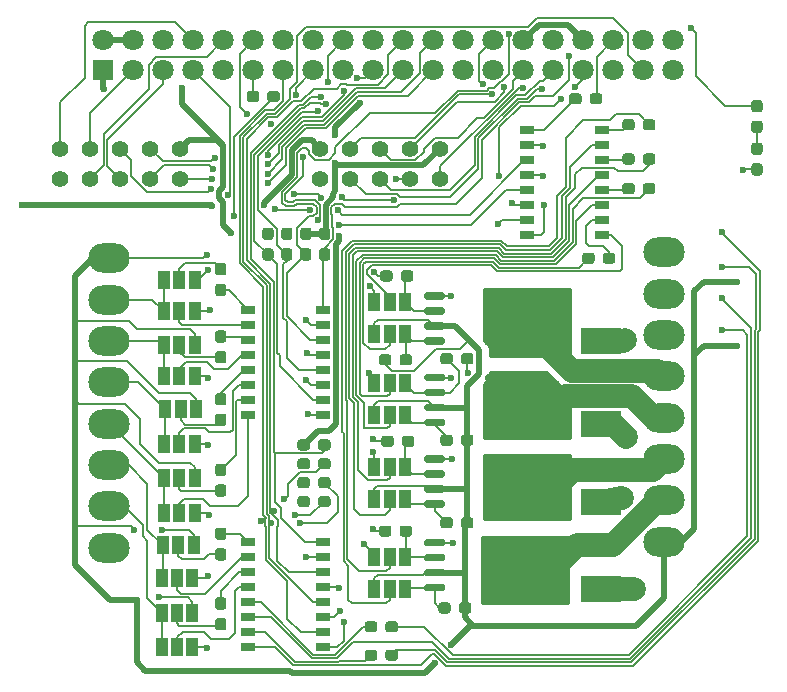
<source format=gbr>
%TF.GenerationSoftware,KiCad,Pcbnew,5.1.6-c6e7f7d~87~ubuntu18.04.1*%
%TF.CreationDate,2022-03-05T00:23:36+01:00*%
%TF.ProjectId,door_if2,646f6f72-5f69-4663-922e-6b696361645f,rev?*%
%TF.SameCoordinates,Original*%
%TF.FileFunction,Copper,L1,Top*%
%TF.FilePolarity,Positive*%
%FSLAX46Y46*%
G04 Gerber Fmt 4.6, Leading zero omitted, Abs format (unit mm)*
G04 Created by KiCad (PCBNEW 5.1.6-c6e7f7d~87~ubuntu18.04.1) date 2022-03-05 00:23:36*
%MOMM*%
%LPD*%
G01*
G04 APERTURE LIST*
%TA.AperFunction,SMDPad,CuDef*%
%ADD10R,3.500000X2.300000*%
%TD*%
%TA.AperFunction,ComponentPad*%
%ADD11O,3.500000X2.500000*%
%TD*%
%TA.AperFunction,ComponentPad*%
%ADD12C,1.800000*%
%TD*%
%TA.AperFunction,ComponentPad*%
%ADD13R,1.800000X1.800000*%
%TD*%
%TA.AperFunction,ComponentPad*%
%ADD14C,1.422400*%
%TD*%
%TA.AperFunction,SMDPad,CuDef*%
%ADD15R,1.000000X1.500000*%
%TD*%
%TA.AperFunction,SMDPad,CuDef*%
%ADD16R,1.300000X0.800000*%
%TD*%
%TA.AperFunction,ViaPad*%
%ADD17C,0.600000*%
%TD*%
%TA.AperFunction,ViaPad*%
%ADD18C,2.000000*%
%TD*%
%TA.AperFunction,Conductor*%
%ADD19C,0.150000*%
%TD*%
%TA.AperFunction,Conductor*%
%ADD20C,0.500000*%
%TD*%
%TA.AperFunction,Conductor*%
%ADD21C,2.000000*%
%TD*%
%TA.AperFunction,Conductor*%
%ADD22C,0.254000*%
%TD*%
G04 APERTURE END LIST*
%TO.P,D1,1*%
%TO.N,GND*%
%TA.AperFunction,SMDPad,CuDef*%
G36*
G01*
X144137500Y-77000000D02*
X143662500Y-77000000D01*
G75*
G02*
X143425000Y-76762500I0J237500D01*
G01*
X143425000Y-76187500D01*
G75*
G02*
X143662500Y-75950000I237500J0D01*
G01*
X144137500Y-75950000D01*
G75*
G02*
X144375000Y-76187500I0J-237500D01*
G01*
X144375000Y-76762500D01*
G75*
G02*
X144137500Y-77000000I-237500J0D01*
G01*
G37*
%TD.AperFunction*%
%TO.P,D1,2*%
%TO.N,Net-(D1-Pad2)*%
%TA.AperFunction,SMDPad,CuDef*%
G36*
G01*
X144137500Y-75250000D02*
X143662500Y-75250000D01*
G75*
G02*
X143425000Y-75012500I0J237500D01*
G01*
X143425000Y-74437500D01*
G75*
G02*
X143662500Y-74200000I237500J0D01*
G01*
X144137500Y-74200000D01*
G75*
G02*
X144375000Y-74437500I0J-237500D01*
G01*
X144375000Y-75012500D01*
G75*
G02*
X144137500Y-75250000I-237500J0D01*
G01*
G37*
%TD.AperFunction*%
%TD*%
D10*
%TO.P,D3,1*%
%TO.N,OUT1*%
X125300000Y-112000000D03*
%TO.P,D3,2*%
%TO.N,GNDA*%
X130700000Y-112000000D03*
%TD*%
%TO.P,D5,1*%
%TO.N,OUT2*%
X125300000Y-104600000D03*
%TO.P,D5,2*%
%TO.N,GNDA*%
X130700000Y-104600000D03*
%TD*%
%TO.P,D7,1*%
%TO.N,OUT3*%
X125300000Y-98000000D03*
%TO.P,D7,2*%
%TO.N,GNDA*%
X130700000Y-98000000D03*
%TD*%
%TO.P,D9,2*%
%TO.N,GNDA*%
X130700000Y-91000000D03*
%TO.P,D9,1*%
%TO.N,OUT4*%
X125300000Y-91000000D03*
%TD*%
D11*
%TO.P,J1,1*%
%TO.N,+12V*%
X136000000Y-108000000D03*
%TO.P,J1,2*%
%TO.N,OUT1*%
X136000000Y-104502420D03*
%TO.P,J1,3*%
%TO.N,OUT2*%
X136000000Y-101002300D03*
%TO.P,J1,4*%
%TO.N,OUT3*%
X136000000Y-97502180D03*
%TO.P,J1,5*%
%TO.N,OUT4*%
X136000000Y-94000000D03*
%TO.P,J1,6*%
%TO.N,IN7*%
X136000000Y-90500000D03*
%TO.P,J1,7*%
%TO.N,IN8*%
X136000000Y-87000000D03*
%TO.P,J1,8*%
%TO.N,GNDA*%
X136000000Y-83500000D03*
%TD*%
D12*
%TO.P,J2,26*%
%TO.N,O_LED*%
X119055001Y-65535001D03*
%TO.P,J2,25*%
%TO.N,GND*%
X119055001Y-68075001D03*
%TO.P,J2,24*%
%TO.N,SPI_CS*%
X116515001Y-65535001D03*
%TO.P,J2,23*%
%TO.N,SPI_CLK*%
X116515001Y-68075001D03*
%TO.P,J2,22*%
%TO.N,S_IN6*%
X113975001Y-65535001D03*
%TO.P,J2,21*%
%TO.N,SPI_MISO*%
X113975001Y-68075001D03*
%TO.P,J2,20*%
%TO.N,GND*%
X111435001Y-65535001D03*
%TO.P,J2,19*%
%TO.N,SPI_MOSI*%
X111435001Y-68075001D03*
%TO.P,J2,18*%
%TO.N,S_IN5*%
X108895001Y-65535001D03*
%TO.P,J2,17*%
%TO.N,+3V3*%
X108895001Y-68075001D03*
%TO.P,J2,16*%
%TO.N,S_IN4*%
X106355001Y-65535001D03*
%TO.P,J2,15*%
%TO.N,S_IN3*%
X106355001Y-68075001D03*
%TO.P,J2,14*%
%TO.N,GND*%
X103815001Y-65535001D03*
%TO.P,J2,13*%
%TO.N,S_IN8*%
X103815001Y-68075001D03*
%TO.P,J2,12*%
%TO.N,S_OUT3*%
X101275001Y-65535001D03*
%TO.P,J2,11*%
%TO.N,S_OUT2*%
X101275001Y-68075001D03*
%TO.P,J2,10*%
%TO.N,UART_RX*%
X98735001Y-65535001D03*
%TO.P,J2,9*%
%TO.N,GND*%
X98735001Y-68075001D03*
%TO.P,J2,8*%
%TO.N,UART_TX*%
X96195001Y-65535001D03*
%TO.P,J2,7*%
%TO.N,GPIO2*%
X96195001Y-68075001D03*
%TO.P,J2,6*%
%TO.N,GND*%
X93655001Y-65535001D03*
%TO.P,J2,5*%
%TO.N,I2C_SCL*%
X93655001Y-68075001D03*
%TO.P,J2,4*%
%TO.N,+5V*%
X91115001Y-65535001D03*
%TO.P,J2,3*%
%TO.N,I2C_SDA*%
X91115001Y-68075001D03*
%TO.P,J2,2*%
%TO.N,+5V*%
X88575001Y-65535001D03*
D13*
%TO.P,J2,1*%
%TO.N,+3V3*%
X88575001Y-68075001D03*
D12*
%TO.P,J2,27*%
%TO.N,GPIO0*%
X121595001Y-68075001D03*
%TO.P,J2,28*%
%TO.N,GPIO1*%
X121595001Y-65535001D03*
%TO.P,J2,29*%
%TO.N,GPIO3*%
X124135001Y-68075001D03*
%TO.P,J2,30*%
%TO.N,GND*%
X124135001Y-65535001D03*
%TO.P,J2,31*%
%TO.N,GPIO4*%
X126675001Y-68075001D03*
%TO.P,J2,32*%
%TO.N,GPIO5*%
X126675001Y-65535001D03*
%TO.P,J2,33*%
%TO.N,GPIO6*%
X129215001Y-68075001D03*
%TO.P,J2,34*%
%TO.N,GND*%
X129215001Y-65535001D03*
%TO.P,J2,35*%
%TO.N,S_OUT4*%
X131755001Y-68075001D03*
%TO.P,J2,36*%
%TO.N,S_OUT1*%
X131755001Y-65535001D03*
%TO.P,J2,37*%
%TO.N,S_IN7*%
X134295001Y-68075001D03*
%TO.P,J2,38*%
%TO.N,S_IN1*%
X134295001Y-65535001D03*
%TO.P,J2,39*%
%TO.N,GND*%
X136835001Y-68075001D03*
%TO.P,J2,40*%
%TO.N,S_IN2*%
X136835001Y-65535001D03*
%TD*%
D14*
%TO.P,J3,10*%
%TO.N,GND*%
X84920000Y-77270000D03*
%TO.P,J3,9*%
%TO.N,UART_TX*%
X84920000Y-74730000D03*
%TO.P,J3,8*%
%TO.N,UART_RX*%
X87460000Y-77270000D03*
%TO.P,J3,7*%
%TO.N,I2C_SDA*%
X87460000Y-74730000D03*
%TO.P,J3,6*%
%TO.N,I2C_SCL*%
X90000000Y-77270000D03*
%TO.P,J3,5*%
%TO.N,SPI_CLK*%
X90000000Y-74730000D03*
%TO.P,J3,4*%
%TO.N,SPI_MISO*%
X92540000Y-77270000D03*
%TO.P,J3,3*%
%TO.N,SPI_MOSI*%
X92540000Y-74730000D03*
%TO.P,J3,2*%
%TO.N,SPI_CS*%
X95080000Y-77270000D03*
%TO.P,J3,1*%
%TO.N,+3V3*%
X95080000Y-74730000D03*
%TD*%
D11*
%TO.P,J4,8*%
%TO.N,GNDA*%
X89000000Y-108500000D03*
%TO.P,J4,7*%
%TO.N,IN6*%
X89000000Y-105000000D03*
%TO.P,J4,6*%
%TO.N,IN5*%
X89000000Y-101500000D03*
%TO.P,J4,5*%
%TO.N,IN4*%
X89000000Y-98000000D03*
%TO.P,J4,4*%
%TO.N,IN3*%
X89000000Y-94497820D03*
%TO.P,J4,3*%
%TO.N,IN2*%
X89000000Y-90997700D03*
%TO.P,J4,2*%
%TO.N,IN1*%
X89000000Y-87497580D03*
%TO.P,J4,1*%
%TO.N,+12V*%
X89000000Y-84000000D03*
%TD*%
D14*
%TO.P,J5,1*%
%TO.N,+3V3*%
X117080000Y-74730000D03*
%TO.P,J5,2*%
%TO.N,GPIO0*%
X117080000Y-77270000D03*
%TO.P,J5,3*%
%TO.N,GPIO1*%
X114540000Y-74730000D03*
%TO.P,J5,4*%
%TO.N,GPIO2*%
X114540000Y-77270000D03*
%TO.P,J5,5*%
%TO.N,GPIO3*%
X112000000Y-74730000D03*
%TO.P,J5,6*%
%TO.N,GPIO4*%
X112000000Y-77270000D03*
%TO.P,J5,7*%
%TO.N,GPIO5*%
X109460000Y-74730000D03*
%TO.P,J5,8*%
%TO.N,GPIO6*%
X109460000Y-77270000D03*
%TO.P,J5,9*%
%TO.N,+5V*%
X106920000Y-74730000D03*
%TO.P,J5,10*%
%TO.N,GND*%
X106920000Y-77270000D03*
%TD*%
D15*
%TO.P,JP1,3*%
%TO.N,IN1*%
X93700000Y-85800000D03*
%TO.P,JP1,2*%
%TO.N,Net-(JP1-Pad2)*%
X95000000Y-85800000D03*
%TO.P,JP1,1*%
%TO.N,+12V*%
X96300000Y-85800000D03*
%TD*%
%TO.P,JP2,3*%
%TO.N,IN1*%
X93700000Y-88500000D03*
%TO.P,JP2,2*%
%TO.N,Net-(JP2-Pad2)*%
X95000000Y-88500000D03*
%TO.P,JP2,1*%
%TO.N,GNDA*%
X96300000Y-88500000D03*
%TD*%
%TO.P,JP3,1*%
%TO.N,+12V*%
X96300000Y-91300000D03*
%TO.P,JP3,2*%
%TO.N,Net-(JP3-Pad2)*%
X95000000Y-91300000D03*
%TO.P,JP3,3*%
%TO.N,IN2*%
X93700000Y-91300000D03*
%TD*%
%TO.P,JP4,3*%
%TO.N,IN2*%
X93700000Y-94000000D03*
%TO.P,JP4,2*%
%TO.N,Net-(JP4-Pad2)*%
X95000000Y-94000000D03*
%TO.P,JP4,1*%
%TO.N,GNDA*%
X96300000Y-94000000D03*
%TD*%
%TO.P,JP5,1*%
%TO.N,+12V*%
X96400000Y-96800000D03*
%TO.P,JP5,2*%
%TO.N,Net-(JP5-Pad2)*%
X95100000Y-96800000D03*
%TO.P,JP5,3*%
%TO.N,IN3*%
X93800000Y-96800000D03*
%TD*%
%TO.P,JP6,3*%
%TO.N,IN3*%
X93700000Y-99700000D03*
%TO.P,JP6,2*%
%TO.N,Net-(JP6-Pad2)*%
X95000000Y-99700000D03*
%TO.P,JP6,1*%
%TO.N,GNDA*%
X96300000Y-99700000D03*
%TD*%
%TO.P,JP7,3*%
%TO.N,IN4*%
X93700000Y-102600000D03*
%TO.P,JP7,2*%
%TO.N,Net-(JP7-Pad2)*%
X95000000Y-102600000D03*
%TO.P,JP7,1*%
%TO.N,+12V*%
X96300000Y-102600000D03*
%TD*%
%TO.P,JP8,1*%
%TO.N,GNDA*%
X96300000Y-105600000D03*
%TO.P,JP8,2*%
%TO.N,Net-(JP8-Pad2)*%
X95000000Y-105600000D03*
%TO.P,JP8,3*%
%TO.N,IN4*%
X93700000Y-105600000D03*
%TD*%
%TO.P,JP9,1*%
%TO.N,+12V*%
X96200000Y-108300000D03*
%TO.P,JP9,2*%
%TO.N,Net-(JP9-Pad2)*%
X94900000Y-108300000D03*
%TO.P,JP9,3*%
%TO.N,IN5*%
X93600000Y-108300000D03*
%TD*%
%TO.P,JP10,3*%
%TO.N,IN5*%
X93500000Y-111100000D03*
%TO.P,JP10,2*%
%TO.N,Net-(JP10-Pad2)*%
X94800000Y-111100000D03*
%TO.P,JP10,1*%
%TO.N,GNDA*%
X96100000Y-111100000D03*
%TD*%
%TO.P,JP11,1*%
%TO.N,+12V*%
X96100000Y-114000000D03*
%TO.P,JP11,2*%
%TO.N,Net-(JP11-Pad2)*%
X94800000Y-114000000D03*
%TO.P,JP11,3*%
%TO.N,IN6*%
X93500000Y-114000000D03*
%TD*%
%TO.P,JP12,3*%
%TO.N,IN6*%
X93500000Y-116900000D03*
%TO.P,JP12,2*%
%TO.N,Net-(JP12-Pad2)*%
X94800000Y-116900000D03*
%TO.P,JP12,1*%
%TO.N,GNDA*%
X96100000Y-116900000D03*
%TD*%
%TO.P,JP17,1*%
%TO.N,+12V*%
X111500000Y-112000000D03*
%TO.P,JP17,2*%
%TO.N,Net-(JP17-Pad2)*%
X112800000Y-112000000D03*
%TO.P,JP17,3*%
%TO.N,Net-(JP17-Pad3)*%
X114100000Y-112000000D03*
%TD*%
%TO.P,JP18,3*%
%TO.N,GNDA*%
X111500000Y-109300000D03*
%TO.P,JP18,2*%
%TO.N,Net-(JP18-Pad2)*%
X112800000Y-109300000D03*
%TO.P,JP18,1*%
%TO.N,Net-(JP18-Pad1)*%
X114100000Y-109300000D03*
%TD*%
%TO.P,JP19,3*%
%TO.N,Net-(JP19-Pad3)*%
X114100000Y-104400000D03*
%TO.P,JP19,2*%
%TO.N,Net-(JP19-Pad2)*%
X112800000Y-104400000D03*
%TO.P,JP19,1*%
%TO.N,+12V*%
X111500000Y-104400000D03*
%TD*%
%TO.P,JP20,1*%
%TO.N,Net-(JP20-Pad1)*%
X114100000Y-101700000D03*
%TO.P,JP20,2*%
%TO.N,Net-(JP20-Pad2)*%
X112800000Y-101700000D03*
%TO.P,JP20,3*%
%TO.N,GNDA*%
X111500000Y-101700000D03*
%TD*%
%TO.P,JP21,1*%
%TO.N,+12V*%
X111500000Y-97300000D03*
%TO.P,JP21,2*%
%TO.N,Net-(JP21-Pad2)*%
X112800000Y-97300000D03*
%TO.P,JP21,3*%
%TO.N,Net-(JP21-Pad3)*%
X114100000Y-97300000D03*
%TD*%
%TO.P,JP22,1*%
%TO.N,Net-(JP22-Pad1)*%
X114100000Y-94600000D03*
%TO.P,JP22,2*%
%TO.N,Net-(JP22-Pad2)*%
X112800000Y-94600000D03*
%TO.P,JP22,3*%
%TO.N,GNDA*%
X111500000Y-94600000D03*
%TD*%
%TO.P,JP23,1*%
%TO.N,+12V*%
X111500000Y-90400000D03*
%TO.P,JP23,2*%
%TO.N,Net-(JP23-Pad2)*%
X112800000Y-90400000D03*
%TO.P,JP23,3*%
%TO.N,Net-(JP23-Pad3)*%
X114100000Y-90400000D03*
%TD*%
%TO.P,JP24,3*%
%TO.N,GNDA*%
X111500000Y-87700000D03*
%TO.P,JP24,2*%
%TO.N,Net-(JP24-Pad2)*%
X112800000Y-87700000D03*
%TO.P,JP24,1*%
%TO.N,Net-(JP24-Pad1)*%
X114100000Y-87700000D03*
%TD*%
%TO.P,Q1,1*%
%TO.N,GNDA*%
%TA.AperFunction,SMDPad,CuDef*%
G36*
G01*
X115750000Y-108245000D02*
X115750000Y-107945000D01*
G75*
G02*
X115900000Y-107795000I150000J0D01*
G01*
X117350000Y-107795000D01*
G75*
G02*
X117500000Y-107945000I0J-150000D01*
G01*
X117500000Y-108245000D01*
G75*
G02*
X117350000Y-108395000I-150000J0D01*
G01*
X115900000Y-108395000D01*
G75*
G02*
X115750000Y-108245000I0J150000D01*
G01*
G37*
%TD.AperFunction*%
%TO.P,Q1,2*%
%TO.N,Net-(JP18-Pad1)*%
%TA.AperFunction,SMDPad,CuDef*%
G36*
G01*
X115750000Y-109515000D02*
X115750000Y-109215000D01*
G75*
G02*
X115900000Y-109065000I150000J0D01*
G01*
X117350000Y-109065000D01*
G75*
G02*
X117500000Y-109215000I0J-150000D01*
G01*
X117500000Y-109515000D01*
G75*
G02*
X117350000Y-109665000I-150000J0D01*
G01*
X115900000Y-109665000D01*
G75*
G02*
X115750000Y-109515000I0J150000D01*
G01*
G37*
%TD.AperFunction*%
%TO.P,Q1,3*%
%TO.N,+12V*%
%TA.AperFunction,SMDPad,CuDef*%
G36*
G01*
X115750000Y-110785000D02*
X115750000Y-110485000D01*
G75*
G02*
X115900000Y-110335000I150000J0D01*
G01*
X117350000Y-110335000D01*
G75*
G02*
X117500000Y-110485000I0J-150000D01*
G01*
X117500000Y-110785000D01*
G75*
G02*
X117350000Y-110935000I-150000J0D01*
G01*
X115900000Y-110935000D01*
G75*
G02*
X115750000Y-110785000I0J150000D01*
G01*
G37*
%TD.AperFunction*%
%TO.P,Q1,4*%
%TO.N,Net-(JP17-Pad3)*%
%TA.AperFunction,SMDPad,CuDef*%
G36*
G01*
X115750000Y-112055000D02*
X115750000Y-111755000D01*
G75*
G02*
X115900000Y-111605000I150000J0D01*
G01*
X117350000Y-111605000D01*
G75*
G02*
X117500000Y-111755000I0J-150000D01*
G01*
X117500000Y-112055000D01*
G75*
G02*
X117350000Y-112205000I-150000J0D01*
G01*
X115900000Y-112205000D01*
G75*
G02*
X115750000Y-112055000I0J150000D01*
G01*
G37*
%TD.AperFunction*%
%TO.P,Q1,5*%
%TO.N,OUT1*%
%TA.AperFunction,SMDPad,CuDef*%
G36*
G01*
X120900000Y-112055000D02*
X120900000Y-111755000D01*
G75*
G02*
X121050000Y-111605000I150000J0D01*
G01*
X122500000Y-111605000D01*
G75*
G02*
X122650000Y-111755000I0J-150000D01*
G01*
X122650000Y-112055000D01*
G75*
G02*
X122500000Y-112205000I-150000J0D01*
G01*
X121050000Y-112205000D01*
G75*
G02*
X120900000Y-112055000I0J150000D01*
G01*
G37*
%TD.AperFunction*%
%TO.P,Q1,6*%
%TA.AperFunction,SMDPad,CuDef*%
G36*
G01*
X120900000Y-110785000D02*
X120900000Y-110485000D01*
G75*
G02*
X121050000Y-110335000I150000J0D01*
G01*
X122500000Y-110335000D01*
G75*
G02*
X122650000Y-110485000I0J-150000D01*
G01*
X122650000Y-110785000D01*
G75*
G02*
X122500000Y-110935000I-150000J0D01*
G01*
X121050000Y-110935000D01*
G75*
G02*
X120900000Y-110785000I0J150000D01*
G01*
G37*
%TD.AperFunction*%
%TO.P,Q1,7*%
%TA.AperFunction,SMDPad,CuDef*%
G36*
G01*
X120900000Y-109515000D02*
X120900000Y-109215000D01*
G75*
G02*
X121050000Y-109065000I150000J0D01*
G01*
X122500000Y-109065000D01*
G75*
G02*
X122650000Y-109215000I0J-150000D01*
G01*
X122650000Y-109515000D01*
G75*
G02*
X122500000Y-109665000I-150000J0D01*
G01*
X121050000Y-109665000D01*
G75*
G02*
X120900000Y-109515000I0J150000D01*
G01*
G37*
%TD.AperFunction*%
%TO.P,Q1,8*%
%TA.AperFunction,SMDPad,CuDef*%
G36*
G01*
X120900000Y-108245000D02*
X120900000Y-107945000D01*
G75*
G02*
X121050000Y-107795000I150000J0D01*
G01*
X122500000Y-107795000D01*
G75*
G02*
X122650000Y-107945000I0J-150000D01*
G01*
X122650000Y-108245000D01*
G75*
G02*
X122500000Y-108395000I-150000J0D01*
G01*
X121050000Y-108395000D01*
G75*
G02*
X120900000Y-108245000I0J150000D01*
G01*
G37*
%TD.AperFunction*%
%TD*%
%TO.P,Q2,8*%
%TO.N,OUT2*%
%TA.AperFunction,SMDPad,CuDef*%
G36*
G01*
X120900000Y-101145000D02*
X120900000Y-100845000D01*
G75*
G02*
X121050000Y-100695000I150000J0D01*
G01*
X122500000Y-100695000D01*
G75*
G02*
X122650000Y-100845000I0J-150000D01*
G01*
X122650000Y-101145000D01*
G75*
G02*
X122500000Y-101295000I-150000J0D01*
G01*
X121050000Y-101295000D01*
G75*
G02*
X120900000Y-101145000I0J150000D01*
G01*
G37*
%TD.AperFunction*%
%TO.P,Q2,7*%
%TA.AperFunction,SMDPad,CuDef*%
G36*
G01*
X120900000Y-102415000D02*
X120900000Y-102115000D01*
G75*
G02*
X121050000Y-101965000I150000J0D01*
G01*
X122500000Y-101965000D01*
G75*
G02*
X122650000Y-102115000I0J-150000D01*
G01*
X122650000Y-102415000D01*
G75*
G02*
X122500000Y-102565000I-150000J0D01*
G01*
X121050000Y-102565000D01*
G75*
G02*
X120900000Y-102415000I0J150000D01*
G01*
G37*
%TD.AperFunction*%
%TO.P,Q2,6*%
%TA.AperFunction,SMDPad,CuDef*%
G36*
G01*
X120900000Y-103685000D02*
X120900000Y-103385000D01*
G75*
G02*
X121050000Y-103235000I150000J0D01*
G01*
X122500000Y-103235000D01*
G75*
G02*
X122650000Y-103385000I0J-150000D01*
G01*
X122650000Y-103685000D01*
G75*
G02*
X122500000Y-103835000I-150000J0D01*
G01*
X121050000Y-103835000D01*
G75*
G02*
X120900000Y-103685000I0J150000D01*
G01*
G37*
%TD.AperFunction*%
%TO.P,Q2,5*%
%TA.AperFunction,SMDPad,CuDef*%
G36*
G01*
X120900000Y-104955000D02*
X120900000Y-104655000D01*
G75*
G02*
X121050000Y-104505000I150000J0D01*
G01*
X122500000Y-104505000D01*
G75*
G02*
X122650000Y-104655000I0J-150000D01*
G01*
X122650000Y-104955000D01*
G75*
G02*
X122500000Y-105105000I-150000J0D01*
G01*
X121050000Y-105105000D01*
G75*
G02*
X120900000Y-104955000I0J150000D01*
G01*
G37*
%TD.AperFunction*%
%TO.P,Q2,4*%
%TO.N,Net-(JP19-Pad3)*%
%TA.AperFunction,SMDPad,CuDef*%
G36*
G01*
X115750000Y-104955000D02*
X115750000Y-104655000D01*
G75*
G02*
X115900000Y-104505000I150000J0D01*
G01*
X117350000Y-104505000D01*
G75*
G02*
X117500000Y-104655000I0J-150000D01*
G01*
X117500000Y-104955000D01*
G75*
G02*
X117350000Y-105105000I-150000J0D01*
G01*
X115900000Y-105105000D01*
G75*
G02*
X115750000Y-104955000I0J150000D01*
G01*
G37*
%TD.AperFunction*%
%TO.P,Q2,3*%
%TO.N,+12V*%
%TA.AperFunction,SMDPad,CuDef*%
G36*
G01*
X115750000Y-103685000D02*
X115750000Y-103385000D01*
G75*
G02*
X115900000Y-103235000I150000J0D01*
G01*
X117350000Y-103235000D01*
G75*
G02*
X117500000Y-103385000I0J-150000D01*
G01*
X117500000Y-103685000D01*
G75*
G02*
X117350000Y-103835000I-150000J0D01*
G01*
X115900000Y-103835000D01*
G75*
G02*
X115750000Y-103685000I0J150000D01*
G01*
G37*
%TD.AperFunction*%
%TO.P,Q2,2*%
%TO.N,Net-(JP20-Pad1)*%
%TA.AperFunction,SMDPad,CuDef*%
G36*
G01*
X115750000Y-102415000D02*
X115750000Y-102115000D01*
G75*
G02*
X115900000Y-101965000I150000J0D01*
G01*
X117350000Y-101965000D01*
G75*
G02*
X117500000Y-102115000I0J-150000D01*
G01*
X117500000Y-102415000D01*
G75*
G02*
X117350000Y-102565000I-150000J0D01*
G01*
X115900000Y-102565000D01*
G75*
G02*
X115750000Y-102415000I0J150000D01*
G01*
G37*
%TD.AperFunction*%
%TO.P,Q2,1*%
%TO.N,GNDA*%
%TA.AperFunction,SMDPad,CuDef*%
G36*
G01*
X115750000Y-101145000D02*
X115750000Y-100845000D01*
G75*
G02*
X115900000Y-100695000I150000J0D01*
G01*
X117350000Y-100695000D01*
G75*
G02*
X117500000Y-100845000I0J-150000D01*
G01*
X117500000Y-101145000D01*
G75*
G02*
X117350000Y-101295000I-150000J0D01*
G01*
X115900000Y-101295000D01*
G75*
G02*
X115750000Y-101145000I0J150000D01*
G01*
G37*
%TD.AperFunction*%
%TD*%
%TO.P,Q3,8*%
%TO.N,OUT3*%
%TA.AperFunction,SMDPad,CuDef*%
G36*
G01*
X120900000Y-94245000D02*
X120900000Y-93945000D01*
G75*
G02*
X121050000Y-93795000I150000J0D01*
G01*
X122500000Y-93795000D01*
G75*
G02*
X122650000Y-93945000I0J-150000D01*
G01*
X122650000Y-94245000D01*
G75*
G02*
X122500000Y-94395000I-150000J0D01*
G01*
X121050000Y-94395000D01*
G75*
G02*
X120900000Y-94245000I0J150000D01*
G01*
G37*
%TD.AperFunction*%
%TO.P,Q3,7*%
%TA.AperFunction,SMDPad,CuDef*%
G36*
G01*
X120900000Y-95515000D02*
X120900000Y-95215000D01*
G75*
G02*
X121050000Y-95065000I150000J0D01*
G01*
X122500000Y-95065000D01*
G75*
G02*
X122650000Y-95215000I0J-150000D01*
G01*
X122650000Y-95515000D01*
G75*
G02*
X122500000Y-95665000I-150000J0D01*
G01*
X121050000Y-95665000D01*
G75*
G02*
X120900000Y-95515000I0J150000D01*
G01*
G37*
%TD.AperFunction*%
%TO.P,Q3,6*%
%TA.AperFunction,SMDPad,CuDef*%
G36*
G01*
X120900000Y-96785000D02*
X120900000Y-96485000D01*
G75*
G02*
X121050000Y-96335000I150000J0D01*
G01*
X122500000Y-96335000D01*
G75*
G02*
X122650000Y-96485000I0J-150000D01*
G01*
X122650000Y-96785000D01*
G75*
G02*
X122500000Y-96935000I-150000J0D01*
G01*
X121050000Y-96935000D01*
G75*
G02*
X120900000Y-96785000I0J150000D01*
G01*
G37*
%TD.AperFunction*%
%TO.P,Q3,5*%
%TA.AperFunction,SMDPad,CuDef*%
G36*
G01*
X120900000Y-98055000D02*
X120900000Y-97755000D01*
G75*
G02*
X121050000Y-97605000I150000J0D01*
G01*
X122500000Y-97605000D01*
G75*
G02*
X122650000Y-97755000I0J-150000D01*
G01*
X122650000Y-98055000D01*
G75*
G02*
X122500000Y-98205000I-150000J0D01*
G01*
X121050000Y-98205000D01*
G75*
G02*
X120900000Y-98055000I0J150000D01*
G01*
G37*
%TD.AperFunction*%
%TO.P,Q3,4*%
%TO.N,Net-(JP21-Pad3)*%
%TA.AperFunction,SMDPad,CuDef*%
G36*
G01*
X115750000Y-98055000D02*
X115750000Y-97755000D01*
G75*
G02*
X115900000Y-97605000I150000J0D01*
G01*
X117350000Y-97605000D01*
G75*
G02*
X117500000Y-97755000I0J-150000D01*
G01*
X117500000Y-98055000D01*
G75*
G02*
X117350000Y-98205000I-150000J0D01*
G01*
X115900000Y-98205000D01*
G75*
G02*
X115750000Y-98055000I0J150000D01*
G01*
G37*
%TD.AperFunction*%
%TO.P,Q3,3*%
%TO.N,+12V*%
%TA.AperFunction,SMDPad,CuDef*%
G36*
G01*
X115750000Y-96785000D02*
X115750000Y-96485000D01*
G75*
G02*
X115900000Y-96335000I150000J0D01*
G01*
X117350000Y-96335000D01*
G75*
G02*
X117500000Y-96485000I0J-150000D01*
G01*
X117500000Y-96785000D01*
G75*
G02*
X117350000Y-96935000I-150000J0D01*
G01*
X115900000Y-96935000D01*
G75*
G02*
X115750000Y-96785000I0J150000D01*
G01*
G37*
%TD.AperFunction*%
%TO.P,Q3,2*%
%TO.N,Net-(JP22-Pad1)*%
%TA.AperFunction,SMDPad,CuDef*%
G36*
G01*
X115750000Y-95515000D02*
X115750000Y-95215000D01*
G75*
G02*
X115900000Y-95065000I150000J0D01*
G01*
X117350000Y-95065000D01*
G75*
G02*
X117500000Y-95215000I0J-150000D01*
G01*
X117500000Y-95515000D01*
G75*
G02*
X117350000Y-95665000I-150000J0D01*
G01*
X115900000Y-95665000D01*
G75*
G02*
X115750000Y-95515000I0J150000D01*
G01*
G37*
%TD.AperFunction*%
%TO.P,Q3,1*%
%TO.N,GNDA*%
%TA.AperFunction,SMDPad,CuDef*%
G36*
G01*
X115750000Y-94245000D02*
X115750000Y-93945000D01*
G75*
G02*
X115900000Y-93795000I150000J0D01*
G01*
X117350000Y-93795000D01*
G75*
G02*
X117500000Y-93945000I0J-150000D01*
G01*
X117500000Y-94245000D01*
G75*
G02*
X117350000Y-94395000I-150000J0D01*
G01*
X115900000Y-94395000D01*
G75*
G02*
X115750000Y-94245000I0J150000D01*
G01*
G37*
%TD.AperFunction*%
%TD*%
%TO.P,Q4,1*%
%TO.N,GNDA*%
%TA.AperFunction,SMDPad,CuDef*%
G36*
G01*
X115750000Y-87345000D02*
X115750000Y-87045000D01*
G75*
G02*
X115900000Y-86895000I150000J0D01*
G01*
X117350000Y-86895000D01*
G75*
G02*
X117500000Y-87045000I0J-150000D01*
G01*
X117500000Y-87345000D01*
G75*
G02*
X117350000Y-87495000I-150000J0D01*
G01*
X115900000Y-87495000D01*
G75*
G02*
X115750000Y-87345000I0J150000D01*
G01*
G37*
%TD.AperFunction*%
%TO.P,Q4,2*%
%TO.N,Net-(JP24-Pad1)*%
%TA.AperFunction,SMDPad,CuDef*%
G36*
G01*
X115750000Y-88615000D02*
X115750000Y-88315000D01*
G75*
G02*
X115900000Y-88165000I150000J0D01*
G01*
X117350000Y-88165000D01*
G75*
G02*
X117500000Y-88315000I0J-150000D01*
G01*
X117500000Y-88615000D01*
G75*
G02*
X117350000Y-88765000I-150000J0D01*
G01*
X115900000Y-88765000D01*
G75*
G02*
X115750000Y-88615000I0J150000D01*
G01*
G37*
%TD.AperFunction*%
%TO.P,Q4,3*%
%TO.N,+12V*%
%TA.AperFunction,SMDPad,CuDef*%
G36*
G01*
X115750000Y-89885000D02*
X115750000Y-89585000D01*
G75*
G02*
X115900000Y-89435000I150000J0D01*
G01*
X117350000Y-89435000D01*
G75*
G02*
X117500000Y-89585000I0J-150000D01*
G01*
X117500000Y-89885000D01*
G75*
G02*
X117350000Y-90035000I-150000J0D01*
G01*
X115900000Y-90035000D01*
G75*
G02*
X115750000Y-89885000I0J150000D01*
G01*
G37*
%TD.AperFunction*%
%TO.P,Q4,4*%
%TO.N,Net-(JP23-Pad3)*%
%TA.AperFunction,SMDPad,CuDef*%
G36*
G01*
X115750000Y-91155000D02*
X115750000Y-90855000D01*
G75*
G02*
X115900000Y-90705000I150000J0D01*
G01*
X117350000Y-90705000D01*
G75*
G02*
X117500000Y-90855000I0J-150000D01*
G01*
X117500000Y-91155000D01*
G75*
G02*
X117350000Y-91305000I-150000J0D01*
G01*
X115900000Y-91305000D01*
G75*
G02*
X115750000Y-91155000I0J150000D01*
G01*
G37*
%TD.AperFunction*%
%TO.P,Q4,5*%
%TO.N,OUT4*%
%TA.AperFunction,SMDPad,CuDef*%
G36*
G01*
X120900000Y-91155000D02*
X120900000Y-90855000D01*
G75*
G02*
X121050000Y-90705000I150000J0D01*
G01*
X122500000Y-90705000D01*
G75*
G02*
X122650000Y-90855000I0J-150000D01*
G01*
X122650000Y-91155000D01*
G75*
G02*
X122500000Y-91305000I-150000J0D01*
G01*
X121050000Y-91305000D01*
G75*
G02*
X120900000Y-91155000I0J150000D01*
G01*
G37*
%TD.AperFunction*%
%TO.P,Q4,6*%
%TA.AperFunction,SMDPad,CuDef*%
G36*
G01*
X120900000Y-89885000D02*
X120900000Y-89585000D01*
G75*
G02*
X121050000Y-89435000I150000J0D01*
G01*
X122500000Y-89435000D01*
G75*
G02*
X122650000Y-89585000I0J-150000D01*
G01*
X122650000Y-89885000D01*
G75*
G02*
X122500000Y-90035000I-150000J0D01*
G01*
X121050000Y-90035000D01*
G75*
G02*
X120900000Y-89885000I0J150000D01*
G01*
G37*
%TD.AperFunction*%
%TO.P,Q4,7*%
%TA.AperFunction,SMDPad,CuDef*%
G36*
G01*
X120900000Y-88615000D02*
X120900000Y-88315000D01*
G75*
G02*
X121050000Y-88165000I150000J0D01*
G01*
X122500000Y-88165000D01*
G75*
G02*
X122650000Y-88315000I0J-150000D01*
G01*
X122650000Y-88615000D01*
G75*
G02*
X122500000Y-88765000I-150000J0D01*
G01*
X121050000Y-88765000D01*
G75*
G02*
X120900000Y-88615000I0J150000D01*
G01*
G37*
%TD.AperFunction*%
%TO.P,Q4,8*%
%TA.AperFunction,SMDPad,CuDef*%
G36*
G01*
X120900000Y-87345000D02*
X120900000Y-87045000D01*
G75*
G02*
X121050000Y-86895000I150000J0D01*
G01*
X122500000Y-86895000D01*
G75*
G02*
X122650000Y-87045000I0J-150000D01*
G01*
X122650000Y-87345000D01*
G75*
G02*
X122500000Y-87495000I-150000J0D01*
G01*
X121050000Y-87495000D01*
G75*
G02*
X120900000Y-87345000I0J150000D01*
G01*
G37*
%TD.AperFunction*%
%TD*%
%TO.P,R1,1*%
%TO.N,+3V3*%
%TA.AperFunction,SMDPad,CuDef*%
G36*
G01*
X107062500Y-81400000D02*
X107537500Y-81400000D01*
G75*
G02*
X107775000Y-81637500I0J-237500D01*
G01*
X107775000Y-82212500D01*
G75*
G02*
X107537500Y-82450000I-237500J0D01*
G01*
X107062500Y-82450000D01*
G75*
G02*
X106825000Y-82212500I0J237500D01*
G01*
X106825000Y-81637500D01*
G75*
G02*
X107062500Y-81400000I237500J0D01*
G01*
G37*
%TD.AperFunction*%
%TO.P,R1,2*%
%TO.N,S_IN1*%
%TA.AperFunction,SMDPad,CuDef*%
G36*
G01*
X107062500Y-83150000D02*
X107537500Y-83150000D01*
G75*
G02*
X107775000Y-83387500I0J-237500D01*
G01*
X107775000Y-83962500D01*
G75*
G02*
X107537500Y-84200000I-237500J0D01*
G01*
X107062500Y-84200000D01*
G75*
G02*
X106825000Y-83962500I0J237500D01*
G01*
X106825000Y-83387500D01*
G75*
G02*
X107062500Y-83150000I237500J0D01*
G01*
G37*
%TD.AperFunction*%
%TD*%
%TO.P,R2,1*%
%TO.N,+3V3*%
%TA.AperFunction,SMDPad,CuDef*%
G36*
G01*
X105462500Y-81400000D02*
X105937500Y-81400000D01*
G75*
G02*
X106175000Y-81637500I0J-237500D01*
G01*
X106175000Y-82212500D01*
G75*
G02*
X105937500Y-82450000I-237500J0D01*
G01*
X105462500Y-82450000D01*
G75*
G02*
X105225000Y-82212500I0J237500D01*
G01*
X105225000Y-81637500D01*
G75*
G02*
X105462500Y-81400000I237500J0D01*
G01*
G37*
%TD.AperFunction*%
%TO.P,R2,2*%
%TO.N,S_IN2*%
%TA.AperFunction,SMDPad,CuDef*%
G36*
G01*
X105462500Y-83150000D02*
X105937500Y-83150000D01*
G75*
G02*
X106175000Y-83387500I0J-237500D01*
G01*
X106175000Y-83962500D01*
G75*
G02*
X105937500Y-84200000I-237500J0D01*
G01*
X105462500Y-84200000D01*
G75*
G02*
X105225000Y-83962500I0J237500D01*
G01*
X105225000Y-83387500D01*
G75*
G02*
X105462500Y-83150000I237500J0D01*
G01*
G37*
%TD.AperFunction*%
%TD*%
%TO.P,R3,1*%
%TO.N,+3V3*%
%TA.AperFunction,SMDPad,CuDef*%
G36*
G01*
X103862500Y-81400000D02*
X104337500Y-81400000D01*
G75*
G02*
X104575000Y-81637500I0J-237500D01*
G01*
X104575000Y-82212500D01*
G75*
G02*
X104337500Y-82450000I-237500J0D01*
G01*
X103862500Y-82450000D01*
G75*
G02*
X103625000Y-82212500I0J237500D01*
G01*
X103625000Y-81637500D01*
G75*
G02*
X103862500Y-81400000I237500J0D01*
G01*
G37*
%TD.AperFunction*%
%TO.P,R3,2*%
%TO.N,S_IN3*%
%TA.AperFunction,SMDPad,CuDef*%
G36*
G01*
X103862500Y-83150000D02*
X104337500Y-83150000D01*
G75*
G02*
X104575000Y-83387500I0J-237500D01*
G01*
X104575000Y-83962500D01*
G75*
G02*
X104337500Y-84200000I-237500J0D01*
G01*
X103862500Y-84200000D01*
G75*
G02*
X103625000Y-83962500I0J237500D01*
G01*
X103625000Y-83387500D01*
G75*
G02*
X103862500Y-83150000I237500J0D01*
G01*
G37*
%TD.AperFunction*%
%TD*%
%TO.P,R4,2*%
%TO.N,O_LED*%
%TA.AperFunction,SMDPad,CuDef*%
G36*
G01*
X144137500Y-71650000D02*
X143662500Y-71650000D01*
G75*
G02*
X143425000Y-71412500I0J237500D01*
G01*
X143425000Y-70837500D01*
G75*
G02*
X143662500Y-70600000I237500J0D01*
G01*
X144137500Y-70600000D01*
G75*
G02*
X144375000Y-70837500I0J-237500D01*
G01*
X144375000Y-71412500D01*
G75*
G02*
X144137500Y-71650000I-237500J0D01*
G01*
G37*
%TD.AperFunction*%
%TO.P,R4,1*%
%TO.N,Net-(D1-Pad2)*%
%TA.AperFunction,SMDPad,CuDef*%
G36*
G01*
X144137500Y-73400000D02*
X143662500Y-73400000D01*
G75*
G02*
X143425000Y-73162500I0J237500D01*
G01*
X143425000Y-72587500D01*
G75*
G02*
X143662500Y-72350000I237500J0D01*
G01*
X144137500Y-72350000D01*
G75*
G02*
X144375000Y-72587500I0J-237500D01*
G01*
X144375000Y-73162500D01*
G75*
G02*
X144137500Y-73400000I-237500J0D01*
G01*
G37*
%TD.AperFunction*%
%TD*%
%TO.P,R5,1*%
%TO.N,+3V3*%
%TA.AperFunction,SMDPad,CuDef*%
G36*
G01*
X102262500Y-81400000D02*
X102737500Y-81400000D01*
G75*
G02*
X102975000Y-81637500I0J-237500D01*
G01*
X102975000Y-82212500D01*
G75*
G02*
X102737500Y-82450000I-237500J0D01*
G01*
X102262500Y-82450000D01*
G75*
G02*
X102025000Y-82212500I0J237500D01*
G01*
X102025000Y-81637500D01*
G75*
G02*
X102262500Y-81400000I237500J0D01*
G01*
G37*
%TD.AperFunction*%
%TO.P,R5,2*%
%TO.N,S_IN4*%
%TA.AperFunction,SMDPad,CuDef*%
G36*
G01*
X102262500Y-83150000D02*
X102737500Y-83150000D01*
G75*
G02*
X102975000Y-83387500I0J-237500D01*
G01*
X102975000Y-83962500D01*
G75*
G02*
X102737500Y-84200000I-237500J0D01*
G01*
X102262500Y-84200000D01*
G75*
G02*
X102025000Y-83962500I0J237500D01*
G01*
X102025000Y-83387500D01*
G75*
G02*
X102262500Y-83150000I237500J0D01*
G01*
G37*
%TD.AperFunction*%
%TD*%
%TO.P,R6,1*%
%TO.N,+3V3*%
%TA.AperFunction,SMDPad,CuDef*%
G36*
G01*
X105000000Y-100037500D02*
X105000000Y-99562500D01*
G75*
G02*
X105237500Y-99325000I237500J0D01*
G01*
X105812500Y-99325000D01*
G75*
G02*
X106050000Y-99562500I0J-237500D01*
G01*
X106050000Y-100037500D01*
G75*
G02*
X105812500Y-100275000I-237500J0D01*
G01*
X105237500Y-100275000D01*
G75*
G02*
X105000000Y-100037500I0J237500D01*
G01*
G37*
%TD.AperFunction*%
%TO.P,R6,2*%
%TO.N,S_IN5*%
%TA.AperFunction,SMDPad,CuDef*%
G36*
G01*
X106750000Y-100037500D02*
X106750000Y-99562500D01*
G75*
G02*
X106987500Y-99325000I237500J0D01*
G01*
X107562500Y-99325000D01*
G75*
G02*
X107800000Y-99562500I0J-237500D01*
G01*
X107800000Y-100037500D01*
G75*
G02*
X107562500Y-100275000I-237500J0D01*
G01*
X106987500Y-100275000D01*
G75*
G02*
X106750000Y-100037500I0J237500D01*
G01*
G37*
%TD.AperFunction*%
%TD*%
%TO.P,R7,1*%
%TO.N,+3V3*%
%TA.AperFunction,SMDPad,CuDef*%
G36*
G01*
X105000000Y-101637500D02*
X105000000Y-101162500D01*
G75*
G02*
X105237500Y-100925000I237500J0D01*
G01*
X105812500Y-100925000D01*
G75*
G02*
X106050000Y-101162500I0J-237500D01*
G01*
X106050000Y-101637500D01*
G75*
G02*
X105812500Y-101875000I-237500J0D01*
G01*
X105237500Y-101875000D01*
G75*
G02*
X105000000Y-101637500I0J237500D01*
G01*
G37*
%TD.AperFunction*%
%TO.P,R7,2*%
%TO.N,S_IN6*%
%TA.AperFunction,SMDPad,CuDef*%
G36*
G01*
X106750000Y-101637500D02*
X106750000Y-101162500D01*
G75*
G02*
X106987500Y-100925000I237500J0D01*
G01*
X107562500Y-100925000D01*
G75*
G02*
X107800000Y-101162500I0J-237500D01*
G01*
X107800000Y-101637500D01*
G75*
G02*
X107562500Y-101875000I-237500J0D01*
G01*
X106987500Y-101875000D01*
G75*
G02*
X106750000Y-101637500I0J237500D01*
G01*
G37*
%TD.AperFunction*%
%TD*%
%TO.P,R8,1*%
%TO.N,+3V3*%
%TA.AperFunction,SMDPad,CuDef*%
G36*
G01*
X105000000Y-103237500D02*
X105000000Y-102762500D01*
G75*
G02*
X105237500Y-102525000I237500J0D01*
G01*
X105812500Y-102525000D01*
G75*
G02*
X106050000Y-102762500I0J-237500D01*
G01*
X106050000Y-103237500D01*
G75*
G02*
X105812500Y-103475000I-237500J0D01*
G01*
X105237500Y-103475000D01*
G75*
G02*
X105000000Y-103237500I0J237500D01*
G01*
G37*
%TD.AperFunction*%
%TO.P,R8,2*%
%TO.N,S_IN7*%
%TA.AperFunction,SMDPad,CuDef*%
G36*
G01*
X106750000Y-103237500D02*
X106750000Y-102762500D01*
G75*
G02*
X106987500Y-102525000I237500J0D01*
G01*
X107562500Y-102525000D01*
G75*
G02*
X107800000Y-102762500I0J-237500D01*
G01*
X107800000Y-103237500D01*
G75*
G02*
X107562500Y-103475000I-237500J0D01*
G01*
X106987500Y-103475000D01*
G75*
G02*
X106750000Y-103237500I0J237500D01*
G01*
G37*
%TD.AperFunction*%
%TD*%
%TO.P,R9,1*%
%TO.N,+3V3*%
%TA.AperFunction,SMDPad,CuDef*%
G36*
G01*
X105000000Y-104837500D02*
X105000000Y-104362500D01*
G75*
G02*
X105237500Y-104125000I237500J0D01*
G01*
X105812500Y-104125000D01*
G75*
G02*
X106050000Y-104362500I0J-237500D01*
G01*
X106050000Y-104837500D01*
G75*
G02*
X105812500Y-105075000I-237500J0D01*
G01*
X105237500Y-105075000D01*
G75*
G02*
X105000000Y-104837500I0J237500D01*
G01*
G37*
%TD.AperFunction*%
%TO.P,R9,2*%
%TO.N,S_IN8*%
%TA.AperFunction,SMDPad,CuDef*%
G36*
G01*
X106750000Y-104837500D02*
X106750000Y-104362500D01*
G75*
G02*
X106987500Y-104125000I237500J0D01*
G01*
X107562500Y-104125000D01*
G75*
G02*
X107800000Y-104362500I0J-237500D01*
G01*
X107800000Y-104837500D01*
G75*
G02*
X107562500Y-105075000I-237500J0D01*
G01*
X106987500Y-105075000D01*
G75*
G02*
X106750000Y-104837500I0J237500D01*
G01*
G37*
%TD.AperFunction*%
%TD*%
%TO.P,R10,2*%
%TO.N,Net-(JP1-Pad2)*%
%TA.AperFunction,SMDPad,CuDef*%
G36*
G01*
X98737500Y-85450000D02*
X98262500Y-85450000D01*
G75*
G02*
X98025000Y-85212500I0J237500D01*
G01*
X98025000Y-84637500D01*
G75*
G02*
X98262500Y-84400000I237500J0D01*
G01*
X98737500Y-84400000D01*
G75*
G02*
X98975000Y-84637500I0J-237500D01*
G01*
X98975000Y-85212500D01*
G75*
G02*
X98737500Y-85450000I-237500J0D01*
G01*
G37*
%TD.AperFunction*%
%TO.P,R10,1*%
%TO.N,Net-(R10-Pad1)*%
%TA.AperFunction,SMDPad,CuDef*%
G36*
G01*
X98737500Y-87200000D02*
X98262500Y-87200000D01*
G75*
G02*
X98025000Y-86962500I0J237500D01*
G01*
X98025000Y-86387500D01*
G75*
G02*
X98262500Y-86150000I237500J0D01*
G01*
X98737500Y-86150000D01*
G75*
G02*
X98975000Y-86387500I0J-237500D01*
G01*
X98975000Y-86962500D01*
G75*
G02*
X98737500Y-87200000I-237500J0D01*
G01*
G37*
%TD.AperFunction*%
%TD*%
%TO.P,R11,2*%
%TO.N,Net-(JP3-Pad2)*%
%TA.AperFunction,SMDPad,CuDef*%
G36*
G01*
X98262500Y-91850000D02*
X98737500Y-91850000D01*
G75*
G02*
X98975000Y-92087500I0J-237500D01*
G01*
X98975000Y-92662500D01*
G75*
G02*
X98737500Y-92900000I-237500J0D01*
G01*
X98262500Y-92900000D01*
G75*
G02*
X98025000Y-92662500I0J237500D01*
G01*
X98025000Y-92087500D01*
G75*
G02*
X98262500Y-91850000I237500J0D01*
G01*
G37*
%TD.AperFunction*%
%TO.P,R11,1*%
%TO.N,Net-(R11-Pad1)*%
%TA.AperFunction,SMDPad,CuDef*%
G36*
G01*
X98262500Y-90100000D02*
X98737500Y-90100000D01*
G75*
G02*
X98975000Y-90337500I0J-237500D01*
G01*
X98975000Y-90912500D01*
G75*
G02*
X98737500Y-91150000I-237500J0D01*
G01*
X98262500Y-91150000D01*
G75*
G02*
X98025000Y-90912500I0J237500D01*
G01*
X98025000Y-90337500D01*
G75*
G02*
X98262500Y-90100000I237500J0D01*
G01*
G37*
%TD.AperFunction*%
%TD*%
%TO.P,R12,2*%
%TO.N,Net-(JP5-Pad2)*%
%TA.AperFunction,SMDPad,CuDef*%
G36*
G01*
X98262500Y-97150000D02*
X98737500Y-97150000D01*
G75*
G02*
X98975000Y-97387500I0J-237500D01*
G01*
X98975000Y-97962500D01*
G75*
G02*
X98737500Y-98200000I-237500J0D01*
G01*
X98262500Y-98200000D01*
G75*
G02*
X98025000Y-97962500I0J237500D01*
G01*
X98025000Y-97387500D01*
G75*
G02*
X98262500Y-97150000I237500J0D01*
G01*
G37*
%TD.AperFunction*%
%TO.P,R12,1*%
%TO.N,Net-(R12-Pad1)*%
%TA.AperFunction,SMDPad,CuDef*%
G36*
G01*
X98262500Y-95400000D02*
X98737500Y-95400000D01*
G75*
G02*
X98975000Y-95637500I0J-237500D01*
G01*
X98975000Y-96212500D01*
G75*
G02*
X98737500Y-96450000I-237500J0D01*
G01*
X98262500Y-96450000D01*
G75*
G02*
X98025000Y-96212500I0J237500D01*
G01*
X98025000Y-95637500D01*
G75*
G02*
X98262500Y-95400000I237500J0D01*
G01*
G37*
%TD.AperFunction*%
%TD*%
%TO.P,R13,2*%
%TO.N,+12V*%
%TA.AperFunction,SMDPad,CuDef*%
G36*
G01*
X118675000Y-113837500D02*
X118675000Y-113362500D01*
G75*
G02*
X118912500Y-113125000I237500J0D01*
G01*
X119487500Y-113125000D01*
G75*
G02*
X119725000Y-113362500I0J-237500D01*
G01*
X119725000Y-113837500D01*
G75*
G02*
X119487500Y-114075000I-237500J0D01*
G01*
X118912500Y-114075000D01*
G75*
G02*
X118675000Y-113837500I0J237500D01*
G01*
G37*
%TD.AperFunction*%
%TO.P,R13,1*%
%TO.N,Net-(JP17-Pad3)*%
%TA.AperFunction,SMDPad,CuDef*%
G36*
G01*
X116925000Y-113837500D02*
X116925000Y-113362500D01*
G75*
G02*
X117162500Y-113125000I237500J0D01*
G01*
X117737500Y-113125000D01*
G75*
G02*
X117975000Y-113362500I0J-237500D01*
G01*
X117975000Y-113837500D01*
G75*
G02*
X117737500Y-114075000I-237500J0D01*
G01*
X117162500Y-114075000D01*
G75*
G02*
X116925000Y-113837500I0J237500D01*
G01*
G37*
%TD.AperFunction*%
%TD*%
%TO.P,R14,2*%
%TO.N,Net-(JP7-Pad2)*%
%TA.AperFunction,SMDPad,CuDef*%
G36*
G01*
X98262500Y-103150000D02*
X98737500Y-103150000D01*
G75*
G02*
X98975000Y-103387500I0J-237500D01*
G01*
X98975000Y-103962500D01*
G75*
G02*
X98737500Y-104200000I-237500J0D01*
G01*
X98262500Y-104200000D01*
G75*
G02*
X98025000Y-103962500I0J237500D01*
G01*
X98025000Y-103387500D01*
G75*
G02*
X98262500Y-103150000I237500J0D01*
G01*
G37*
%TD.AperFunction*%
%TO.P,R14,1*%
%TO.N,Net-(R14-Pad1)*%
%TA.AperFunction,SMDPad,CuDef*%
G36*
G01*
X98262500Y-101400000D02*
X98737500Y-101400000D01*
G75*
G02*
X98975000Y-101637500I0J-237500D01*
G01*
X98975000Y-102212500D01*
G75*
G02*
X98737500Y-102450000I-237500J0D01*
G01*
X98262500Y-102450000D01*
G75*
G02*
X98025000Y-102212500I0J237500D01*
G01*
X98025000Y-101637500D01*
G75*
G02*
X98262500Y-101400000I237500J0D01*
G01*
G37*
%TD.AperFunction*%
%TD*%
%TO.P,R15,2*%
%TO.N,Net-(JP9-Pad2)*%
%TA.AperFunction,SMDPad,CuDef*%
G36*
G01*
X98262500Y-108550000D02*
X98737500Y-108550000D01*
G75*
G02*
X98975000Y-108787500I0J-237500D01*
G01*
X98975000Y-109362500D01*
G75*
G02*
X98737500Y-109600000I-237500J0D01*
G01*
X98262500Y-109600000D01*
G75*
G02*
X98025000Y-109362500I0J237500D01*
G01*
X98025000Y-108787500D01*
G75*
G02*
X98262500Y-108550000I237500J0D01*
G01*
G37*
%TD.AperFunction*%
%TO.P,R15,1*%
%TO.N,Net-(R15-Pad1)*%
%TA.AperFunction,SMDPad,CuDef*%
G36*
G01*
X98262500Y-106800000D02*
X98737500Y-106800000D01*
G75*
G02*
X98975000Y-107037500I0J-237500D01*
G01*
X98975000Y-107612500D01*
G75*
G02*
X98737500Y-107850000I-237500J0D01*
G01*
X98262500Y-107850000D01*
G75*
G02*
X98025000Y-107612500I0J237500D01*
G01*
X98025000Y-107037500D01*
G75*
G02*
X98262500Y-106800000I237500J0D01*
G01*
G37*
%TD.AperFunction*%
%TD*%
%TO.P,R16,2*%
%TO.N,Net-(JP11-Pad2)*%
%TA.AperFunction,SMDPad,CuDef*%
G36*
G01*
X98262500Y-114450000D02*
X98737500Y-114450000D01*
G75*
G02*
X98975000Y-114687500I0J-237500D01*
G01*
X98975000Y-115262500D01*
G75*
G02*
X98737500Y-115500000I-237500J0D01*
G01*
X98262500Y-115500000D01*
G75*
G02*
X98025000Y-115262500I0J237500D01*
G01*
X98025000Y-114687500D01*
G75*
G02*
X98262500Y-114450000I237500J0D01*
G01*
G37*
%TD.AperFunction*%
%TO.P,R16,1*%
%TO.N,Net-(R16-Pad1)*%
%TA.AperFunction,SMDPad,CuDef*%
G36*
G01*
X98262500Y-112700000D02*
X98737500Y-112700000D01*
G75*
G02*
X98975000Y-112937500I0J-237500D01*
G01*
X98975000Y-113512500D01*
G75*
G02*
X98737500Y-113750000I-237500J0D01*
G01*
X98262500Y-113750000D01*
G75*
G02*
X98025000Y-113512500I0J237500D01*
G01*
X98025000Y-112937500D01*
G75*
G02*
X98262500Y-112700000I237500J0D01*
G01*
G37*
%TD.AperFunction*%
%TD*%
%TO.P,R17,2*%
%TO.N,Net-(JP13-Pad2)*%
%TA.AperFunction,SMDPad,CuDef*%
G36*
G01*
X112450000Y-115437500D02*
X112450000Y-114962500D01*
G75*
G02*
X112687500Y-114725000I237500J0D01*
G01*
X113262500Y-114725000D01*
G75*
G02*
X113500000Y-114962500I0J-237500D01*
G01*
X113500000Y-115437500D01*
G75*
G02*
X113262500Y-115675000I-237500J0D01*
G01*
X112687500Y-115675000D01*
G75*
G02*
X112450000Y-115437500I0J237500D01*
G01*
G37*
%TD.AperFunction*%
%TO.P,R17,1*%
%TO.N,Net-(R17-Pad1)*%
%TA.AperFunction,SMDPad,CuDef*%
G36*
G01*
X110700000Y-115437500D02*
X110700000Y-114962500D01*
G75*
G02*
X110937500Y-114725000I237500J0D01*
G01*
X111512500Y-114725000D01*
G75*
G02*
X111750000Y-114962500I0J-237500D01*
G01*
X111750000Y-115437500D01*
G75*
G02*
X111512500Y-115675000I-237500J0D01*
G01*
X110937500Y-115675000D01*
G75*
G02*
X110700000Y-115437500I0J237500D01*
G01*
G37*
%TD.AperFunction*%
%TD*%
%TO.P,R18,2*%
%TO.N,Net-(JP15-Pad2)*%
%TA.AperFunction,SMDPad,CuDef*%
G36*
G01*
X112450000Y-117837500D02*
X112450000Y-117362500D01*
G75*
G02*
X112687500Y-117125000I237500J0D01*
G01*
X113262500Y-117125000D01*
G75*
G02*
X113500000Y-117362500I0J-237500D01*
G01*
X113500000Y-117837500D01*
G75*
G02*
X113262500Y-118075000I-237500J0D01*
G01*
X112687500Y-118075000D01*
G75*
G02*
X112450000Y-117837500I0J237500D01*
G01*
G37*
%TD.AperFunction*%
%TO.P,R18,1*%
%TO.N,Net-(R18-Pad1)*%
%TA.AperFunction,SMDPad,CuDef*%
G36*
G01*
X110700000Y-117837500D02*
X110700000Y-117362500D01*
G75*
G02*
X110937500Y-117125000I237500J0D01*
G01*
X111512500Y-117125000D01*
G75*
G02*
X111750000Y-117362500I0J-237500D01*
G01*
X111750000Y-117837500D01*
G75*
G02*
X111512500Y-118075000I-237500J0D01*
G01*
X110937500Y-118075000D01*
G75*
G02*
X110700000Y-117837500I0J237500D01*
G01*
G37*
%TD.AperFunction*%
%TD*%
%TO.P,R19,1*%
%TO.N,S_OUT1*%
%TA.AperFunction,SMDPad,CuDef*%
G36*
G01*
X130800000Y-70262500D02*
X130800000Y-70737500D01*
G75*
G02*
X130562500Y-70975000I-237500J0D01*
G01*
X129987500Y-70975000D01*
G75*
G02*
X129750000Y-70737500I0J237500D01*
G01*
X129750000Y-70262500D01*
G75*
G02*
X129987500Y-70025000I237500J0D01*
G01*
X130562500Y-70025000D01*
G75*
G02*
X130800000Y-70262500I0J-237500D01*
G01*
G37*
%TD.AperFunction*%
%TO.P,R19,2*%
%TO.N,Net-(R19-Pad2)*%
%TA.AperFunction,SMDPad,CuDef*%
G36*
G01*
X129050000Y-70262500D02*
X129050000Y-70737500D01*
G75*
G02*
X128812500Y-70975000I-237500J0D01*
G01*
X128237500Y-70975000D01*
G75*
G02*
X128000000Y-70737500I0J237500D01*
G01*
X128000000Y-70262500D01*
G75*
G02*
X128237500Y-70025000I237500J0D01*
G01*
X128812500Y-70025000D01*
G75*
G02*
X129050000Y-70262500I0J-237500D01*
G01*
G37*
%TD.AperFunction*%
%TD*%
%TO.P,R20,1*%
%TO.N,S_OUT2*%
%TA.AperFunction,SMDPad,CuDef*%
G36*
G01*
X100700000Y-70537500D02*
X100700000Y-70062500D01*
G75*
G02*
X100937500Y-69825000I237500J0D01*
G01*
X101512500Y-69825000D01*
G75*
G02*
X101750000Y-70062500I0J-237500D01*
G01*
X101750000Y-70537500D01*
G75*
G02*
X101512500Y-70775000I-237500J0D01*
G01*
X100937500Y-70775000D01*
G75*
G02*
X100700000Y-70537500I0J237500D01*
G01*
G37*
%TD.AperFunction*%
%TO.P,R20,2*%
%TO.N,Net-(R20-Pad2)*%
%TA.AperFunction,SMDPad,CuDef*%
G36*
G01*
X102450000Y-70537500D02*
X102450000Y-70062500D01*
G75*
G02*
X102687500Y-69825000I237500J0D01*
G01*
X103262500Y-69825000D01*
G75*
G02*
X103500000Y-70062500I0J-237500D01*
G01*
X103500000Y-70537500D01*
G75*
G02*
X103262500Y-70775000I-237500J0D01*
G01*
X102687500Y-70775000D01*
G75*
G02*
X102450000Y-70537500I0J237500D01*
G01*
G37*
%TD.AperFunction*%
%TD*%
%TO.P,R23,2*%
%TO.N,Net-(JP18-Pad1)*%
%TA.AperFunction,SMDPad,CuDef*%
G36*
G01*
X113650000Y-107337500D02*
X113650000Y-106862500D01*
G75*
G02*
X113887500Y-106625000I237500J0D01*
G01*
X114462500Y-106625000D01*
G75*
G02*
X114700000Y-106862500I0J-237500D01*
G01*
X114700000Y-107337500D01*
G75*
G02*
X114462500Y-107575000I-237500J0D01*
G01*
X113887500Y-107575000D01*
G75*
G02*
X113650000Y-107337500I0J237500D01*
G01*
G37*
%TD.AperFunction*%
%TO.P,R23,1*%
%TO.N,GNDA*%
%TA.AperFunction,SMDPad,CuDef*%
G36*
G01*
X111900000Y-107337500D02*
X111900000Y-106862500D01*
G75*
G02*
X112137500Y-106625000I237500J0D01*
G01*
X112712500Y-106625000D01*
G75*
G02*
X112950000Y-106862500I0J-237500D01*
G01*
X112950000Y-107337500D01*
G75*
G02*
X112712500Y-107575000I-237500J0D01*
G01*
X112137500Y-107575000D01*
G75*
G02*
X111900000Y-107337500I0J237500D01*
G01*
G37*
%TD.AperFunction*%
%TD*%
%TO.P,R24,2*%
%TO.N,Net-(JP20-Pad1)*%
%TA.AperFunction,SMDPad,CuDef*%
G36*
G01*
X113850000Y-99737500D02*
X113850000Y-99262500D01*
G75*
G02*
X114087500Y-99025000I237500J0D01*
G01*
X114662500Y-99025000D01*
G75*
G02*
X114900000Y-99262500I0J-237500D01*
G01*
X114900000Y-99737500D01*
G75*
G02*
X114662500Y-99975000I-237500J0D01*
G01*
X114087500Y-99975000D01*
G75*
G02*
X113850000Y-99737500I0J237500D01*
G01*
G37*
%TD.AperFunction*%
%TO.P,R24,1*%
%TO.N,GNDA*%
%TA.AperFunction,SMDPad,CuDef*%
G36*
G01*
X112100000Y-99737500D02*
X112100000Y-99262500D01*
G75*
G02*
X112337500Y-99025000I237500J0D01*
G01*
X112912500Y-99025000D01*
G75*
G02*
X113150000Y-99262500I0J-237500D01*
G01*
X113150000Y-99737500D01*
G75*
G02*
X112912500Y-99975000I-237500J0D01*
G01*
X112337500Y-99975000D01*
G75*
G02*
X112100000Y-99737500I0J237500D01*
G01*
G37*
%TD.AperFunction*%
%TD*%
%TO.P,R25,1*%
%TO.N,GNDA*%
%TA.AperFunction,SMDPad,CuDef*%
G36*
G01*
X119900000Y-92262500D02*
X119900000Y-92737500D01*
G75*
G02*
X119662500Y-92975000I-237500J0D01*
G01*
X119087500Y-92975000D01*
G75*
G02*
X118850000Y-92737500I0J237500D01*
G01*
X118850000Y-92262500D01*
G75*
G02*
X119087500Y-92025000I237500J0D01*
G01*
X119662500Y-92025000D01*
G75*
G02*
X119900000Y-92262500I0J-237500D01*
G01*
G37*
%TD.AperFunction*%
%TO.P,R25,2*%
%TO.N,Net-(JP22-Pad1)*%
%TA.AperFunction,SMDPad,CuDef*%
G36*
G01*
X118150000Y-92262500D02*
X118150000Y-92737500D01*
G75*
G02*
X117912500Y-92975000I-237500J0D01*
G01*
X117337500Y-92975000D01*
G75*
G02*
X117100000Y-92737500I0J237500D01*
G01*
X117100000Y-92262500D01*
G75*
G02*
X117337500Y-92025000I237500J0D01*
G01*
X117912500Y-92025000D01*
G75*
G02*
X118150000Y-92262500I0J-237500D01*
G01*
G37*
%TD.AperFunction*%
%TD*%
%TO.P,R26,1*%
%TO.N,GNDA*%
%TA.AperFunction,SMDPad,CuDef*%
G36*
G01*
X112000000Y-85737500D02*
X112000000Y-85262500D01*
G75*
G02*
X112237500Y-85025000I237500J0D01*
G01*
X112812500Y-85025000D01*
G75*
G02*
X113050000Y-85262500I0J-237500D01*
G01*
X113050000Y-85737500D01*
G75*
G02*
X112812500Y-85975000I-237500J0D01*
G01*
X112237500Y-85975000D01*
G75*
G02*
X112000000Y-85737500I0J237500D01*
G01*
G37*
%TD.AperFunction*%
%TO.P,R26,2*%
%TO.N,Net-(JP24-Pad1)*%
%TA.AperFunction,SMDPad,CuDef*%
G36*
G01*
X113750000Y-85737500D02*
X113750000Y-85262500D01*
G75*
G02*
X113987500Y-85025000I237500J0D01*
G01*
X114562500Y-85025000D01*
G75*
G02*
X114800000Y-85262500I0J-237500D01*
G01*
X114800000Y-85737500D01*
G75*
G02*
X114562500Y-85975000I-237500J0D01*
G01*
X113987500Y-85975000D01*
G75*
G02*
X113750000Y-85737500I0J237500D01*
G01*
G37*
%TD.AperFunction*%
%TD*%
%TO.P,R27,2*%
%TO.N,+12V*%
%TA.AperFunction,SMDPad,CuDef*%
G36*
G01*
X118850000Y-106637500D02*
X118850000Y-106162500D01*
G75*
G02*
X119087500Y-105925000I237500J0D01*
G01*
X119662500Y-105925000D01*
G75*
G02*
X119900000Y-106162500I0J-237500D01*
G01*
X119900000Y-106637500D01*
G75*
G02*
X119662500Y-106875000I-237500J0D01*
G01*
X119087500Y-106875000D01*
G75*
G02*
X118850000Y-106637500I0J237500D01*
G01*
G37*
%TD.AperFunction*%
%TO.P,R27,1*%
%TO.N,Net-(JP19-Pad3)*%
%TA.AperFunction,SMDPad,CuDef*%
G36*
G01*
X117100000Y-106637500D02*
X117100000Y-106162500D01*
G75*
G02*
X117337500Y-105925000I237500J0D01*
G01*
X117912500Y-105925000D01*
G75*
G02*
X118150000Y-106162500I0J-237500D01*
G01*
X118150000Y-106637500D01*
G75*
G02*
X117912500Y-106875000I-237500J0D01*
G01*
X117337500Y-106875000D01*
G75*
G02*
X117100000Y-106637500I0J237500D01*
G01*
G37*
%TD.AperFunction*%
%TD*%
%TO.P,R28,2*%
%TO.N,+12V*%
%TA.AperFunction,SMDPad,CuDef*%
G36*
G01*
X118850000Y-99637500D02*
X118850000Y-99162500D01*
G75*
G02*
X119087500Y-98925000I237500J0D01*
G01*
X119662500Y-98925000D01*
G75*
G02*
X119900000Y-99162500I0J-237500D01*
G01*
X119900000Y-99637500D01*
G75*
G02*
X119662500Y-99875000I-237500J0D01*
G01*
X119087500Y-99875000D01*
G75*
G02*
X118850000Y-99637500I0J237500D01*
G01*
G37*
%TD.AperFunction*%
%TO.P,R28,1*%
%TO.N,Net-(JP21-Pad3)*%
%TA.AperFunction,SMDPad,CuDef*%
G36*
G01*
X117100000Y-99637500D02*
X117100000Y-99162500D01*
G75*
G02*
X117337500Y-98925000I237500J0D01*
G01*
X117912500Y-98925000D01*
G75*
G02*
X118150000Y-99162500I0J-237500D01*
G01*
X118150000Y-99637500D01*
G75*
G02*
X117912500Y-99875000I-237500J0D01*
G01*
X117337500Y-99875000D01*
G75*
G02*
X117100000Y-99637500I0J237500D01*
G01*
G37*
%TD.AperFunction*%
%TD*%
%TO.P,R29,1*%
%TO.N,Net-(JP23-Pad3)*%
%TA.AperFunction,SMDPad,CuDef*%
G36*
G01*
X114700000Y-92362500D02*
X114700000Y-92837500D01*
G75*
G02*
X114462500Y-93075000I-237500J0D01*
G01*
X113887500Y-93075000D01*
G75*
G02*
X113650000Y-92837500I0J237500D01*
G01*
X113650000Y-92362500D01*
G75*
G02*
X113887500Y-92125000I237500J0D01*
G01*
X114462500Y-92125000D01*
G75*
G02*
X114700000Y-92362500I0J-237500D01*
G01*
G37*
%TD.AperFunction*%
%TO.P,R29,2*%
%TO.N,+12V*%
%TA.AperFunction,SMDPad,CuDef*%
G36*
G01*
X112950000Y-92362500D02*
X112950000Y-92837500D01*
G75*
G02*
X112712500Y-93075000I-237500J0D01*
G01*
X112137500Y-93075000D01*
G75*
G02*
X111900000Y-92837500I0J237500D01*
G01*
X111900000Y-92362500D01*
G75*
G02*
X112137500Y-92125000I237500J0D01*
G01*
X112712500Y-92125000D01*
G75*
G02*
X112950000Y-92362500I0J-237500D01*
G01*
G37*
%TD.AperFunction*%
%TD*%
D16*
%TO.P,U1,1*%
%TO.N,Net-(R10-Pad1)*%
X100850000Y-88350000D03*
%TO.P,U1,2*%
%TO.N,Net-(JP2-Pad2)*%
X100850000Y-89630000D03*
%TO.P,U1,3*%
%TO.N,Net-(R11-Pad1)*%
X100850000Y-90890000D03*
%TO.P,U1,4*%
%TO.N,Net-(JP4-Pad2)*%
X100850000Y-92160000D03*
%TO.P,U1,5*%
%TO.N,Net-(R12-Pad1)*%
X100850000Y-93440000D03*
%TO.P,U1,6*%
%TO.N,Net-(JP6-Pad2)*%
X100850000Y-94710000D03*
%TO.P,U1,7*%
%TO.N,Net-(R14-Pad1)*%
X100850000Y-95970000D03*
%TO.P,U1,8*%
%TO.N,Net-(JP8-Pad2)*%
X100850000Y-97250000D03*
%TO.P,U1,9*%
%TO.N,GND*%
X107150000Y-97250000D03*
%TO.P,U1,10*%
%TO.N,S_IN4*%
X107150000Y-95970000D03*
%TO.P,U1,11*%
%TO.N,GND*%
X107150000Y-94710000D03*
%TO.P,U1,12*%
%TO.N,S_IN3*%
X107150000Y-93440000D03*
%TO.P,U1,13*%
%TO.N,GND*%
X107150000Y-92160000D03*
%TO.P,U1,14*%
%TO.N,S_IN2*%
X107150000Y-90890000D03*
%TO.P,U1,15*%
%TO.N,GND*%
X107150000Y-89630000D03*
%TO.P,U1,16*%
%TO.N,S_IN1*%
X107150000Y-88350000D03*
%TD*%
%TO.P,U2,16*%
%TO.N,S_IN5*%
X107150000Y-108050000D03*
%TO.P,U2,15*%
%TO.N,GND*%
X107150000Y-109330000D03*
%TO.P,U2,14*%
%TO.N,S_IN6*%
X107150000Y-110590000D03*
%TO.P,U2,13*%
%TO.N,GND*%
X107150000Y-111860000D03*
%TO.P,U2,12*%
%TO.N,S_IN7*%
X107150000Y-113140000D03*
%TO.P,U2,11*%
%TO.N,GND*%
X107150000Y-114410000D03*
%TO.P,U2,10*%
%TO.N,S_IN8*%
X107150000Y-115670000D03*
%TO.P,U2,9*%
%TO.N,GND*%
X107150000Y-116950000D03*
%TO.P,U2,8*%
%TO.N,Net-(JP16-Pad2)*%
X100850000Y-116950000D03*
%TO.P,U2,7*%
%TO.N,Net-(R18-Pad1)*%
X100850000Y-115670000D03*
%TO.P,U2,6*%
%TO.N,Net-(JP14-Pad2)*%
X100850000Y-114410000D03*
%TO.P,U2,5*%
%TO.N,Net-(R17-Pad1)*%
X100850000Y-113140000D03*
%TO.P,U2,4*%
%TO.N,Net-(JP12-Pad2)*%
X100850000Y-111860000D03*
%TO.P,U2,3*%
%TO.N,Net-(R16-Pad1)*%
X100850000Y-110590000D03*
%TO.P,U2,2*%
%TO.N,Net-(JP10-Pad2)*%
X100850000Y-109330000D03*
%TO.P,U2,1*%
%TO.N,Net-(R15-Pad1)*%
X100850000Y-108050000D03*
%TD*%
%TO.P,U3,1*%
%TO.N,Net-(R19-Pad2)*%
X124450000Y-73150000D03*
%TO.P,U3,2*%
%TO.N,GND*%
X124450000Y-74430000D03*
%TO.P,U3,3*%
%TO.N,Net-(R20-Pad2)*%
X124450000Y-75690000D03*
%TO.P,U3,4*%
%TO.N,GND*%
X124450000Y-76960000D03*
%TO.P,U3,5*%
%TO.N,Net-(R21-Pad2)*%
X124450000Y-78240000D03*
%TO.P,U3,6*%
%TO.N,GND*%
X124450000Y-79510000D03*
%TO.P,U3,7*%
%TO.N,Net-(R22-Pad2)*%
X124450000Y-80770000D03*
%TO.P,U3,8*%
%TO.N,GND*%
X124450000Y-82050000D03*
%TO.P,U3,9*%
%TO.N,Net-(JP24-Pad2)*%
X130750000Y-82050000D03*
%TO.P,U3,10*%
%TO.N,Net-(R33-Pad1)*%
X130750000Y-80770000D03*
%TO.P,U3,11*%
%TO.N,Net-(JP22-Pad2)*%
X130750000Y-79510000D03*
%TO.P,U3,12*%
%TO.N,Net-(R32-Pad1)*%
X130750000Y-78240000D03*
%TO.P,U3,13*%
%TO.N,Net-(JP20-Pad2)*%
X130750000Y-76960000D03*
%TO.P,U3,14*%
%TO.N,Net-(R31-Pad1)*%
X130750000Y-75690000D03*
%TO.P,U3,15*%
%TO.N,Net-(JP18-Pad2)*%
X130750000Y-74430000D03*
%TO.P,U3,16*%
%TO.N,Net-(R30-Pad1)*%
X130750000Y-73150000D03*
%TD*%
%TO.P,R30,1*%
%TO.N,Net-(R30-Pad1)*%
%TA.AperFunction,SMDPad,CuDef*%
G36*
G01*
X132500000Y-72937500D02*
X132500000Y-72462500D01*
G75*
G02*
X132737500Y-72225000I237500J0D01*
G01*
X133312500Y-72225000D01*
G75*
G02*
X133550000Y-72462500I0J-237500D01*
G01*
X133550000Y-72937500D01*
G75*
G02*
X133312500Y-73175000I-237500J0D01*
G01*
X132737500Y-73175000D01*
G75*
G02*
X132500000Y-72937500I0J237500D01*
G01*
G37*
%TD.AperFunction*%
%TO.P,R30,2*%
%TO.N,Net-(JP17-Pad2)*%
%TA.AperFunction,SMDPad,CuDef*%
G36*
G01*
X134250000Y-72937500D02*
X134250000Y-72462500D01*
G75*
G02*
X134487500Y-72225000I237500J0D01*
G01*
X135062500Y-72225000D01*
G75*
G02*
X135300000Y-72462500I0J-237500D01*
G01*
X135300000Y-72937500D01*
G75*
G02*
X135062500Y-73175000I-237500J0D01*
G01*
X134487500Y-73175000D01*
G75*
G02*
X134250000Y-72937500I0J237500D01*
G01*
G37*
%TD.AperFunction*%
%TD*%
%TO.P,R31,2*%
%TO.N,Net-(JP19-Pad2)*%
%TA.AperFunction,SMDPad,CuDef*%
G36*
G01*
X134250000Y-75837500D02*
X134250000Y-75362500D01*
G75*
G02*
X134487500Y-75125000I237500J0D01*
G01*
X135062500Y-75125000D01*
G75*
G02*
X135300000Y-75362500I0J-237500D01*
G01*
X135300000Y-75837500D01*
G75*
G02*
X135062500Y-76075000I-237500J0D01*
G01*
X134487500Y-76075000D01*
G75*
G02*
X134250000Y-75837500I0J237500D01*
G01*
G37*
%TD.AperFunction*%
%TO.P,R31,1*%
%TO.N,Net-(R31-Pad1)*%
%TA.AperFunction,SMDPad,CuDef*%
G36*
G01*
X132500000Y-75837500D02*
X132500000Y-75362500D01*
G75*
G02*
X132737500Y-75125000I237500J0D01*
G01*
X133312500Y-75125000D01*
G75*
G02*
X133550000Y-75362500I0J-237500D01*
G01*
X133550000Y-75837500D01*
G75*
G02*
X133312500Y-76075000I-237500J0D01*
G01*
X132737500Y-76075000D01*
G75*
G02*
X132500000Y-75837500I0J237500D01*
G01*
G37*
%TD.AperFunction*%
%TD*%
%TO.P,R32,1*%
%TO.N,Net-(R32-Pad1)*%
%TA.AperFunction,SMDPad,CuDef*%
G36*
G01*
X132500000Y-78337500D02*
X132500000Y-77862500D01*
G75*
G02*
X132737500Y-77625000I237500J0D01*
G01*
X133312500Y-77625000D01*
G75*
G02*
X133550000Y-77862500I0J-237500D01*
G01*
X133550000Y-78337500D01*
G75*
G02*
X133312500Y-78575000I-237500J0D01*
G01*
X132737500Y-78575000D01*
G75*
G02*
X132500000Y-78337500I0J237500D01*
G01*
G37*
%TD.AperFunction*%
%TO.P,R32,2*%
%TO.N,Net-(JP21-Pad2)*%
%TA.AperFunction,SMDPad,CuDef*%
G36*
G01*
X134250000Y-78337500D02*
X134250000Y-77862500D01*
G75*
G02*
X134487500Y-77625000I237500J0D01*
G01*
X135062500Y-77625000D01*
G75*
G02*
X135300000Y-77862500I0J-237500D01*
G01*
X135300000Y-78337500D01*
G75*
G02*
X135062500Y-78575000I-237500J0D01*
G01*
X134487500Y-78575000D01*
G75*
G02*
X134250000Y-78337500I0J237500D01*
G01*
G37*
%TD.AperFunction*%
%TD*%
%TO.P,R33,1*%
%TO.N,Net-(R33-Pad1)*%
%TA.AperFunction,SMDPad,CuDef*%
G36*
G01*
X131900000Y-83762500D02*
X131900000Y-84237500D01*
G75*
G02*
X131662500Y-84475000I-237500J0D01*
G01*
X131087500Y-84475000D01*
G75*
G02*
X130850000Y-84237500I0J237500D01*
G01*
X130850000Y-83762500D01*
G75*
G02*
X131087500Y-83525000I237500J0D01*
G01*
X131662500Y-83525000D01*
G75*
G02*
X131900000Y-83762500I0J-237500D01*
G01*
G37*
%TD.AperFunction*%
%TO.P,R33,2*%
%TO.N,Net-(JP23-Pad2)*%
%TA.AperFunction,SMDPad,CuDef*%
G36*
G01*
X130150000Y-83762500D02*
X130150000Y-84237500D01*
G75*
G02*
X129912500Y-84475000I-237500J0D01*
G01*
X129337500Y-84475000D01*
G75*
G02*
X129100000Y-84237500I0J237500D01*
G01*
X129100000Y-83762500D01*
G75*
G02*
X129337500Y-83525000I237500J0D01*
G01*
X129912500Y-83525000D01*
G75*
G02*
X130150000Y-83762500I0J-237500D01*
G01*
G37*
%TD.AperFunction*%
%TD*%
D17*
%TO.N,GND*%
X125900000Y-79500000D03*
X123200000Y-79300000D03*
X125800000Y-77000000D03*
X125800000Y-74500000D03*
X108900000Y-114800000D03*
X108500000Y-111900000D03*
X105700000Y-109300000D03*
X105900000Y-97200000D03*
X105700000Y-94300000D03*
X105800000Y-92000000D03*
X105700000Y-89200000D03*
X108600000Y-113900000D03*
X142700000Y-76500000D03*
D18*
%TO.N,OUT1*%
X125100000Y-109000000D03*
D17*
%TO.N,+12V*%
X97400000Y-85000000D03*
X97300000Y-83700000D03*
X93500000Y-107000000D03*
X91200000Y-107000000D03*
X93300000Y-112700000D03*
X91400000Y-112900000D03*
X142200000Y-91400000D03*
X142200000Y-86000000D03*
X118000000Y-116700000D03*
X116607809Y-118298844D03*
%TO.N,GNDA*%
X118200000Y-108100000D03*
X110600000Y-108200000D03*
X111400000Y-106900000D03*
X118100000Y-101000000D03*
X111400000Y-99300000D03*
X111400000Y-100400000D03*
X118000000Y-87200000D03*
X111500000Y-85200000D03*
X119400000Y-93700000D03*
X118000000Y-94100000D03*
D18*
X132700000Y-90900000D03*
X133500000Y-112000000D03*
X132800000Y-99100014D03*
X132500000Y-104300000D03*
D17*
X97300000Y-117000000D03*
X97400000Y-110900000D03*
X97500000Y-105700000D03*
X97400000Y-99800000D03*
X97400000Y-94100000D03*
X97600000Y-88400000D03*
X111100087Y-86328160D03*
X111039452Y-93696187D03*
D18*
%TO.N,OUT2*%
X125300000Y-102000000D03*
%TO.N,OUT3*%
X125200000Y-95000000D03*
%TO.N,OUT4*%
X125500000Y-88000000D03*
D17*
%TO.N,SPI_CLK*%
X102500076Y-77600000D03*
X97693900Y-78102338D03*
%TO.N,SPI_MISO*%
X102500076Y-75997235D03*
X97883500Y-76430939D03*
%TO.N,SPI_MOSI*%
X110049376Y-68774965D03*
X102500076Y-75247222D03*
X108950762Y-69807969D03*
X97999990Y-75468780D03*
%TO.N,SPI_CS*%
X102500076Y-76834786D03*
X97803811Y-77249950D03*
%TO.N,+3V3*%
X88600000Y-69700000D03*
X95200000Y-69600000D03*
X99400000Y-81900000D03*
X102500000Y-81925000D03*
X104100000Y-81925000D03*
X105700000Y-81925000D03*
X107300000Y-81925000D03*
X108525020Y-82100000D03*
X105525000Y-99800000D03*
X105525000Y-101400000D03*
X105525000Y-103000000D03*
X105525000Y-104600000D03*
X108200000Y-75900000D03*
X108200000Y-73600000D03*
X110312727Y-70812735D03*
%TO.N,GPIO0*%
X124102905Y-69539573D03*
%TO.N,GPIO1*%
X122482852Y-69509481D03*
X120692665Y-69274979D03*
%TO.N,GPIO2*%
X113300000Y-77300000D03*
X113200000Y-79100000D03*
X99074990Y-78600000D03*
X108729820Y-78849989D03*
X104700919Y-78564540D03*
X107002513Y-78858754D03*
%TO.N,GPIO5*%
X121500000Y-70100000D03*
%TO.N,GPIO6*%
X125700000Y-69700000D03*
X128500000Y-69500000D03*
%TO.N,+5V*%
X81700000Y-79500000D03*
X102200000Y-79500000D03*
X97800000Y-79550013D03*
%TO.N,S_IN1*%
X128000000Y-66900000D03*
%TO.N,S_IN2*%
X122896238Y-64998371D03*
%TO.N,S_IN3*%
X104882002Y-70174913D03*
X106700000Y-71500000D03*
%TO.N,O_LED*%
X138300000Y-64500000D03*
%TO.N,S_IN4*%
X107442344Y-70942344D03*
%TO.N,S_IN5*%
X107550742Y-69091033D03*
X106972914Y-70325362D03*
%TO.N,S_IN6*%
X103900000Y-104400000D03*
X103024988Y-105400000D03*
%TO.N,S_IN7*%
X105200000Y-106400000D03*
X102795263Y-106450011D03*
%TO.N,S_IN8*%
X101900000Y-106200000D03*
X104783969Y-105775953D03*
%TO.N,Net-(R20-Pad2)*%
X99600000Y-80400000D03*
X103100000Y-79800000D03*
X106100004Y-79900000D03*
X108400045Y-79900009D03*
%TO.N,S_OUT3*%
X100700000Y-71800000D03*
%TO.N,Net-(R21-Pad2)*%
X105500001Y-75383276D03*
X102775000Y-72600000D03*
X108500008Y-81170945D03*
X106737667Y-80781813D03*
%TO.N,S_OUT4*%
X122100000Y-77000000D03*
X127300000Y-70500000D03*
%TO.N,Net-(R22-Pad2)*%
X122000000Y-81100000D03*
%TO.N,Net-(JP13-Pad2)*%
X140900000Y-90100000D03*
%TO.N,Net-(JP14-Pad2)*%
X140900000Y-87400000D03*
%TO.N,Net-(JP15-Pad2)*%
X140900000Y-84700000D03*
%TO.N,Net-(JP16-Pad2)*%
X140900000Y-81800000D03*
%TD*%
D19*
%TO.N,GND*%
X124450000Y-82050000D02*
X125650000Y-82050000D01*
X125900000Y-81800000D02*
X125900000Y-79500000D01*
X125650000Y-82050000D02*
X125900000Y-81800000D01*
X123410000Y-79510000D02*
X123200000Y-79300000D01*
X124450000Y-79510000D02*
X123410000Y-79510000D01*
X125760000Y-76960000D02*
X125800000Y-77000000D01*
X124450000Y-76960000D02*
X125760000Y-76960000D01*
X125730000Y-74430000D02*
X125800000Y-74500000D01*
X124450000Y-74430000D02*
X125730000Y-74430000D01*
X107150000Y-116950000D02*
X108350000Y-116950000D01*
X108900000Y-116400000D02*
X108900000Y-114800000D01*
X108350000Y-116950000D02*
X108900000Y-116400000D01*
X108460000Y-111860000D02*
X108500000Y-111900000D01*
X107150000Y-111860000D02*
X108460000Y-111860000D01*
X105730000Y-109330000D02*
X105700000Y-109300000D01*
X107150000Y-109330000D02*
X105730000Y-109330000D01*
X105950000Y-97250000D02*
X105900000Y-97200000D01*
X107150000Y-97250000D02*
X105950000Y-97250000D01*
X106110000Y-94710000D02*
X105700000Y-94300000D01*
X107150000Y-94710000D02*
X106110000Y-94710000D01*
X105960000Y-92160000D02*
X105800000Y-92000000D01*
X107150000Y-92160000D02*
X105960000Y-92160000D01*
X106130000Y-89630000D02*
X105700000Y-89200000D01*
X107150000Y-89630000D02*
X106130000Y-89630000D01*
X107150000Y-114410000D02*
X108090000Y-114410000D01*
X108090000Y-114410000D02*
X108600000Y-113900000D01*
X142725000Y-76475000D02*
X142700000Y-76500000D01*
X143900000Y-76475000D02*
X142725000Y-76475000D01*
D20*
X124135001Y-65535001D02*
X125435002Y-64235000D01*
X125435002Y-64235000D02*
X127915000Y-64235000D01*
X127915000Y-64235000D02*
X129215001Y-65535001D01*
D19*
%TO.N,Net-(D1-Pad2)*%
X143900000Y-72875000D02*
X143900000Y-74725000D01*
D21*
%TO.N,OUT1*%
X125300000Y-112000000D02*
X125300000Y-111700000D01*
X125300000Y-111700000D02*
X128700000Y-108300000D01*
X135500000Y-104502420D02*
X136000000Y-104502420D01*
X131702420Y-108300000D02*
X135500000Y-104502420D01*
X128700000Y-108300000D02*
X131702420Y-108300000D01*
D19*
%TO.N,+12V*%
X115584989Y-110800011D02*
X115750000Y-110635000D01*
X111500000Y-111100000D02*
X111799989Y-110800011D01*
X111500000Y-112000000D02*
X111500000Y-111100000D01*
X111799989Y-110800011D02*
X115584989Y-110800011D01*
X115750000Y-110635000D02*
X116625000Y-110635000D01*
X111500000Y-103500000D02*
X111700000Y-103300000D01*
X111500000Y-104400000D02*
X111500000Y-103500000D01*
X116390000Y-103300000D02*
X116625000Y-103535000D01*
X111700000Y-103300000D02*
X116390000Y-103300000D01*
X111500000Y-96400000D02*
X111800000Y-96100000D01*
X111500000Y-97300000D02*
X111500000Y-96400000D01*
X116090000Y-96100000D02*
X116625000Y-96635000D01*
X111800000Y-96100000D02*
X116090000Y-96100000D01*
X111500000Y-89500000D02*
X111800000Y-89200000D01*
X111500000Y-90400000D02*
X111500000Y-89500000D01*
X116090000Y-89200000D02*
X116625000Y-89735000D01*
X111800000Y-89200000D02*
X116090000Y-89200000D01*
D20*
X119200000Y-106575000D02*
X119375000Y-106400000D01*
X119165000Y-96635000D02*
X119375000Y-96425000D01*
X116625000Y-96635000D02*
X119165000Y-96635000D01*
X119375000Y-99400000D02*
X119375000Y-96425000D01*
X119335000Y-103535000D02*
X119375000Y-103575000D01*
X116625000Y-103535000D02*
X119335000Y-103535000D01*
X119375000Y-103575000D02*
X119375000Y-99400000D01*
X119375000Y-106400000D02*
X119375000Y-103575000D01*
X116625000Y-110635000D02*
X119135000Y-110635000D01*
X119200000Y-110700000D02*
X119200000Y-106575000D01*
X119135000Y-110635000D02*
X119200000Y-110700000D01*
X119200000Y-113600000D02*
X119200000Y-110700000D01*
X118335000Y-89735000D02*
X116625000Y-89735000D01*
X120400000Y-93817166D02*
X120400000Y-91800000D01*
X119375000Y-94842166D02*
X120400000Y-93817166D01*
X119375000Y-96425000D02*
X119375000Y-94842166D01*
D19*
X112425000Y-92600000D02*
X112425000Y-92925000D01*
X112425000Y-92925000D02*
X113000000Y-93500000D01*
X113000000Y-93500000D02*
X114900000Y-93500000D01*
X114900000Y-93500000D02*
X116700000Y-91700000D01*
X118800000Y-91700000D02*
X119550000Y-90950000D01*
X116700000Y-91700000D02*
X118800000Y-91700000D01*
D20*
X119550000Y-90950000D02*
X118335000Y-89735000D01*
X120400000Y-91800000D02*
X119550000Y-90950000D01*
X139400000Y-91400000D02*
X140900000Y-91400000D01*
X138600000Y-92200000D02*
X139400000Y-91400000D01*
X138600000Y-106900000D02*
X138600000Y-92200000D01*
X137500000Y-108000000D02*
X138600000Y-106900000D01*
X136000000Y-108000000D02*
X137500000Y-108000000D01*
X138600000Y-92200000D02*
X138600000Y-86800000D01*
X139400000Y-86000000D02*
X140900000Y-86000000D01*
X138600000Y-86800000D02*
X139400000Y-86000000D01*
X119200000Y-113600000D02*
X119200000Y-114400000D01*
X119200000Y-114400000D02*
X119900000Y-115100000D01*
X119900000Y-115100000D02*
X133700000Y-115100000D01*
X136000000Y-112800000D02*
X136000000Y-108000000D01*
X133700000Y-115100000D02*
X136000000Y-112800000D01*
D19*
X96600000Y-85800000D02*
X97400000Y-85000000D01*
X96300000Y-85800000D02*
X96600000Y-85800000D01*
X97000000Y-84000000D02*
X89000000Y-84000000D01*
X97300000Y-83700000D02*
X97000000Y-84000000D01*
D20*
X89000000Y-84000000D02*
X87700000Y-84000000D01*
X87700000Y-84000000D02*
X86200000Y-85500000D01*
X86200000Y-110000000D02*
X89100000Y-112900000D01*
X89100000Y-112900000D02*
X91400000Y-112900000D01*
D19*
X90700000Y-89300000D02*
X86400000Y-89300000D01*
X95900000Y-90000000D02*
X91400000Y-90000000D01*
X96300000Y-90400000D02*
X95900000Y-90000000D01*
X86400000Y-89300000D02*
X86200000Y-89500000D01*
X91400000Y-90000000D02*
X90700000Y-89300000D01*
X96300000Y-91300000D02*
X96300000Y-90400000D01*
D20*
X86200000Y-85500000D02*
X86200000Y-89500000D01*
D19*
X90600000Y-92700000D02*
X86300000Y-92700000D01*
X95900000Y-95400000D02*
X93300000Y-95400000D01*
X96400000Y-95900000D02*
X95900000Y-95400000D01*
X96400000Y-96800000D02*
X96400000Y-95900000D01*
X93300000Y-95400000D02*
X90600000Y-92700000D01*
X86300000Y-92700000D02*
X86200000Y-92600000D01*
D20*
X86200000Y-89500000D02*
X86200000Y-92600000D01*
X86200000Y-92600000D02*
X86200000Y-96000000D01*
D19*
X90400000Y-96300000D02*
X86500000Y-96300000D01*
X91700000Y-99700000D02*
X91700000Y-97600000D01*
X86500000Y-96300000D02*
X86200000Y-96000000D01*
X91700000Y-97600000D02*
X90400000Y-96300000D01*
X93300000Y-101300000D02*
X91700000Y-99700000D01*
X95900000Y-101300000D02*
X93300000Y-101300000D01*
X96300000Y-101700000D02*
X95900000Y-101300000D01*
X96300000Y-102600000D02*
X96300000Y-101700000D01*
X95800000Y-107000000D02*
X93500000Y-107000000D01*
X96200000Y-107400000D02*
X95800000Y-107000000D01*
X96200000Y-108300000D02*
X96200000Y-107400000D01*
X91200000Y-107000000D02*
X90900000Y-106700000D01*
X86300000Y-106700000D02*
X86200000Y-106600000D01*
X90900000Y-106700000D02*
X86300000Y-106700000D01*
D20*
X86200000Y-106600000D02*
X86200000Y-110000000D01*
X86200000Y-96000000D02*
X86200000Y-106600000D01*
D19*
X95700000Y-112700000D02*
X93300000Y-112700000D01*
X96100000Y-113100000D02*
X95700000Y-112700000D01*
X96100000Y-114000000D02*
X96100000Y-113100000D01*
D20*
X140900000Y-91400000D02*
X142200000Y-91400000D01*
X140900000Y-86000000D02*
X142200000Y-86000000D01*
X119600000Y-115100000D02*
X119900000Y-115100000D01*
X118000000Y-116700000D02*
X119600000Y-115100000D01*
X104379677Y-118900000D02*
X104554708Y-119075031D01*
X91400000Y-118200000D02*
X92100000Y-118900000D01*
X91400000Y-112900000D02*
X91400000Y-118200000D01*
X115831622Y-119075031D02*
X116607809Y-118298844D01*
X92100000Y-118900000D02*
X104379677Y-118900000D01*
X104554708Y-119075031D02*
X115831622Y-119075031D01*
D19*
%TO.N,GNDA*%
X118195000Y-108095000D02*
X118200000Y-108100000D01*
X116625000Y-108095000D02*
X118195000Y-108095000D01*
X111500000Y-109100000D02*
X110600000Y-108200000D01*
X111500000Y-109300000D02*
X111500000Y-109100000D01*
X111600000Y-107100000D02*
X111400000Y-106900000D01*
X112425000Y-107100000D02*
X111600000Y-107100000D01*
X118095000Y-100995000D02*
X118100000Y-101000000D01*
X116625000Y-100995000D02*
X118095000Y-100995000D01*
X111600000Y-99500000D02*
X111400000Y-99300000D01*
X112625000Y-99500000D02*
X111600000Y-99500000D01*
X111500000Y-100500000D02*
X111400000Y-100400000D01*
X111500000Y-101700000D02*
X111500000Y-100500000D01*
X117995000Y-87195000D02*
X118000000Y-87200000D01*
X116625000Y-87195000D02*
X117995000Y-87195000D01*
X111800000Y-85500000D02*
X111500000Y-85200000D01*
X112525000Y-85500000D02*
X111800000Y-85500000D01*
X119375000Y-93675000D02*
X119400000Y-93700000D01*
X119375000Y-92500000D02*
X119375000Y-93675000D01*
X117995000Y-94095000D02*
X118000000Y-94100000D01*
X116625000Y-94095000D02*
X117995000Y-94095000D01*
D21*
X132600000Y-91000000D02*
X132700000Y-90900000D01*
X130700000Y-91000000D02*
X132600000Y-91000000D01*
X130700000Y-112000000D02*
X133500000Y-112000000D01*
X130700000Y-98000000D02*
X131699986Y-98000000D01*
X131699986Y-98000000D02*
X132800000Y-99100014D01*
X130700000Y-104600000D02*
X132500000Y-104300000D01*
D19*
X97200000Y-116900000D02*
X97300000Y-117000000D01*
X96100000Y-116900000D02*
X97200000Y-116900000D01*
X97200000Y-111100000D02*
X97400000Y-110900000D01*
X96100000Y-111100000D02*
X97200000Y-111100000D01*
X97400000Y-105600000D02*
X97500000Y-105700000D01*
X96300000Y-105600000D02*
X97400000Y-105600000D01*
X97300000Y-99700000D02*
X97400000Y-99800000D01*
X96300000Y-99700000D02*
X97300000Y-99700000D01*
X97300000Y-94000000D02*
X97400000Y-94100000D01*
X96300000Y-94000000D02*
X97300000Y-94000000D01*
X97500000Y-88500000D02*
X97600000Y-88400000D01*
X96300000Y-88500000D02*
X97500000Y-88500000D01*
X111500000Y-94600000D02*
X111500000Y-94156735D01*
X111500000Y-94156735D02*
X111039452Y-93696187D01*
X111500000Y-86728073D02*
X111100087Y-86328160D01*
X111500000Y-87700000D02*
X111500000Y-86728073D01*
D21*
%TO.N,OUT2*%
X128357026Y-101942974D02*
X135059326Y-101942974D01*
X135059326Y-101942974D02*
X136000000Y-101002300D01*
X125300000Y-105000000D02*
X128357026Y-101942974D01*
%TO.N,OUT3*%
X135608054Y-97502180D02*
X136000000Y-97502180D01*
X135172182Y-97502180D02*
X136000000Y-97502180D01*
X133320013Y-95650011D02*
X135172182Y-97502180D01*
X127649989Y-95650011D02*
X133320013Y-95650011D01*
X125300000Y-98000000D02*
X127649989Y-95650011D01*
%TO.N,OUT4*%
X128229998Y-93500000D02*
X135500000Y-93500000D01*
X125729998Y-91000000D02*
X128229998Y-93500000D01*
X125300000Y-91000000D02*
X125729998Y-91000000D01*
X135500000Y-93500000D02*
X136000000Y-94000000D01*
D19*
%TO.N,UART_TX*%
X84920000Y-74730000D02*
X84920000Y-70780000D01*
X84920000Y-70780000D02*
X87000000Y-68700000D01*
X87000000Y-68700000D02*
X87000000Y-64300000D01*
X87000000Y-64300000D02*
X87300000Y-64000000D01*
X94660000Y-64000000D02*
X96195001Y-65535001D01*
X87300000Y-64000000D02*
X94660000Y-64000000D01*
%TO.N,UART_RX*%
X87460000Y-77270000D02*
X88600000Y-76130000D01*
X88600000Y-76130000D02*
X88600000Y-73500000D01*
X88600000Y-73500000D02*
X92400000Y-69700000D01*
X92400000Y-69700000D02*
X92400000Y-67600000D01*
X97320002Y-66950000D02*
X98735001Y-65535001D01*
X93050000Y-66950000D02*
X97320002Y-66950000D01*
X92400000Y-67600000D02*
X93050000Y-66950000D01*
%TO.N,I2C_SDA*%
X87460000Y-71730002D02*
X91115001Y-68075001D01*
X87460000Y-74730000D02*
X87460000Y-71730002D01*
%TO.N,I2C_SCL*%
X90000000Y-77270000D02*
X88900000Y-76170000D01*
X88900000Y-76170000D02*
X88900000Y-74000000D01*
X93655001Y-69244999D02*
X93655001Y-68075001D01*
X88900000Y-74000000D02*
X93655001Y-69244999D01*
%TO.N,SPI_CLK*%
X110107986Y-70274998D02*
X109850795Y-70532189D01*
X109850795Y-70532189D02*
X109850795Y-70549206D01*
X116515001Y-68075001D02*
X114315004Y-70274998D01*
X104024976Y-76075100D02*
X102500076Y-77600000D01*
X114315004Y-70274998D02*
X110107986Y-70274998D01*
X109850795Y-70549206D02*
X107400000Y-73000000D01*
X107400000Y-73000000D02*
X105697675Y-73000000D01*
X105697675Y-73000000D02*
X104024976Y-74672699D01*
X104024976Y-74672699D02*
X104024976Y-76075100D01*
X90936201Y-77051779D02*
X92286759Y-78402337D01*
X97393901Y-78402337D02*
X97693900Y-78102338D01*
X92286759Y-78402337D02*
X97393901Y-78402337D01*
X90936201Y-75666201D02*
X90936201Y-77051779D01*
X90000000Y-74730000D02*
X90936201Y-75666201D01*
%TO.N,SPI_MISO*%
X107151464Y-72399978D02*
X105449140Y-72399978D01*
X112450024Y-69599978D02*
X109934448Y-69599978D01*
X109934448Y-69599978D02*
X109250773Y-70283653D01*
X103424954Y-74424164D02*
X103424954Y-75072357D01*
X105449140Y-72399978D02*
X103424954Y-74424164D01*
X109250773Y-70300670D02*
X107151464Y-72399978D01*
X109250773Y-70283653D02*
X109250773Y-70300670D01*
X113975001Y-68075001D02*
X112450024Y-69599978D01*
X103424954Y-75072357D02*
X102500076Y-75997235D01*
X97545968Y-76093407D02*
X97883500Y-76430939D01*
X93716593Y-76093407D02*
X97545968Y-76093407D01*
X92540000Y-77270000D02*
X93716593Y-76093407D01*
%TO.N,SPI_MOSI*%
X110735037Y-68774965D02*
X110049376Y-68774965D01*
X111435001Y-68075001D02*
X110735037Y-68774965D01*
X92540000Y-74730000D02*
X93578779Y-75768779D01*
X93578779Y-75768779D02*
X97699991Y-75768779D01*
X97699991Y-75768779D02*
X97999990Y-75468780D01*
X102500076Y-75247222D02*
X102500076Y-74924763D01*
X102500076Y-74924763D02*
X105399838Y-72025001D01*
X107102163Y-72025001D02*
X108950762Y-70176402D01*
X105399838Y-72025001D02*
X107102163Y-72025001D01*
X108950762Y-70176402D02*
X108950762Y-69807969D01*
%TO.N,SPI_CS*%
X105573408Y-72699989D02*
X103724965Y-74548432D01*
X103724965Y-75609897D02*
X102500076Y-76834786D01*
X103724965Y-74548432D02*
X103724965Y-75609897D01*
X109550784Y-70424938D02*
X107275732Y-72699989D01*
X107275732Y-72699989D02*
X105573408Y-72699989D01*
X109550784Y-70407921D02*
X109550784Y-70424938D01*
X110058716Y-69899989D02*
X109550784Y-70407921D01*
X113775733Y-69899989D02*
X110058716Y-69899989D01*
X115390000Y-66660002D02*
X115390000Y-68285722D01*
X116515001Y-65535001D02*
X115390000Y-66660002D01*
X115390000Y-68285722D02*
X113775733Y-69899989D01*
X95080000Y-77270000D02*
X97783761Y-77270000D01*
X97783761Y-77270000D02*
X97803811Y-77249950D01*
D20*
%TO.N,+3V3*%
X88575001Y-69675001D02*
X88600000Y-69700000D01*
X88575001Y-68075001D02*
X88575001Y-69675001D01*
X105700000Y-81925000D02*
X107300000Y-81925000D01*
X108525020Y-82550836D02*
X108300000Y-82775856D01*
X108525020Y-82100000D02*
X108525020Y-82550836D01*
X108300000Y-82775856D02*
X108300000Y-98000000D01*
X108300000Y-98000000D02*
X107700000Y-98600000D01*
X106725000Y-98600000D02*
X105525000Y-99800000D01*
X107700000Y-98600000D02*
X106725000Y-98600000D01*
X108200000Y-73600000D02*
X108200000Y-72925462D01*
X108200000Y-72925462D02*
X110312727Y-70812735D01*
X108441212Y-76141212D02*
X108200000Y-75900000D01*
X115668788Y-76141212D02*
X108441212Y-76141212D01*
X117080000Y-74730000D02*
X115668788Y-76141212D01*
X98700000Y-74400000D02*
X98700000Y-74700000D01*
X95200000Y-70900000D02*
X98700000Y-74400000D01*
X95200000Y-69600000D02*
X95200000Y-70900000D01*
X95791199Y-74018801D02*
X98218801Y-74018801D01*
X98374988Y-78263998D02*
X98374988Y-78936002D01*
X98700000Y-74500000D02*
X98700000Y-77938986D01*
X98700000Y-81200000D02*
X99400000Y-81900000D01*
X98700000Y-79261014D02*
X98700000Y-81200000D01*
X98374988Y-78936002D02*
X98700000Y-79261014D01*
X98700000Y-77938986D02*
X98374988Y-78263998D01*
X98218801Y-74018801D02*
X98700000Y-74500000D01*
X95080000Y-74730000D02*
X95791199Y-74018801D01*
X107300000Y-81925000D02*
X107437668Y-81787332D01*
X108029819Y-78821413D02*
X108029819Y-78513988D01*
X107437668Y-80445812D02*
X107400024Y-80408168D01*
X107400024Y-79451208D02*
X108029819Y-78821413D01*
X107437668Y-81787332D02*
X107437668Y-80445812D01*
X108029819Y-78513988D02*
X108200000Y-78343807D01*
X108200000Y-78343807D02*
X108200000Y-75900000D01*
X107400024Y-80408168D02*
X107400024Y-79451208D01*
D19*
%TO.N,IN6*%
X89000000Y-105000000D02*
X90300000Y-105000000D01*
X90300000Y-105000000D02*
X91900000Y-106600000D01*
X91900000Y-106600000D02*
X91900000Y-107500000D01*
X91900000Y-107500000D02*
X92300000Y-107900000D01*
X92300000Y-112800000D02*
X93500000Y-114000000D01*
X92300000Y-107900000D02*
X92300000Y-112800000D01*
X93500000Y-114000000D02*
X93500000Y-116900000D01*
%TO.N,IN5*%
X89000000Y-101500000D02*
X90700000Y-101500000D01*
X90700000Y-101500000D02*
X92300000Y-103100000D01*
X92300000Y-107000000D02*
X93600000Y-108300000D01*
X92300000Y-103100000D02*
X92300000Y-107000000D01*
X93600000Y-111000000D02*
X93500000Y-111100000D01*
X93600000Y-108300000D02*
X93600000Y-111000000D01*
%TO.N,IN4*%
X89100000Y-98000000D02*
X93700000Y-102600000D01*
X89000000Y-98000000D02*
X89100000Y-98000000D01*
X93700000Y-102600000D02*
X93700000Y-105600000D01*
%TO.N,IN3*%
X91497820Y-94497820D02*
X93800000Y-96800000D01*
X89000000Y-94497820D02*
X91497820Y-94497820D01*
X93800000Y-99600000D02*
X93700000Y-99700000D01*
X93800000Y-96800000D02*
X93800000Y-99600000D01*
%TO.N,IN2*%
X93397700Y-90997700D02*
X93700000Y-91300000D01*
X89000000Y-90997700D02*
X93397700Y-90997700D01*
X93700000Y-91300000D02*
X93700000Y-94000000D01*
%TO.N,IN1*%
X92697580Y-87497580D02*
X93700000Y-88500000D01*
X89000000Y-87497580D02*
X92697580Y-87497580D01*
X93700000Y-88500000D02*
X93700000Y-85800000D01*
%TO.N,GPIO0*%
X123763311Y-69539573D02*
X124102905Y-69539573D01*
X117080000Y-77270000D02*
X117080000Y-76222884D01*
X117080000Y-76222884D02*
X123763311Y-69539573D01*
%TO.N,GPIO1*%
X120392666Y-68974980D02*
X120692665Y-69274979D01*
X121595001Y-65535001D02*
X120392666Y-66737336D01*
X120392666Y-66737336D02*
X120392666Y-68974980D01*
X114540000Y-74730000D02*
X118544998Y-70725002D01*
X122482852Y-69933745D02*
X122482852Y-69509481D01*
X118544998Y-70725002D02*
X121691595Y-70725002D01*
X121691595Y-70725002D02*
X122482852Y-69933745D01*
%TO.N,GPIO2*%
X113330000Y-77270000D02*
X113300000Y-77300000D01*
X114540000Y-77270000D02*
X113330000Y-77270000D01*
X96195001Y-68075001D02*
X99299989Y-71179989D01*
X99299989Y-78375001D02*
X99074990Y-78600000D01*
X99299989Y-71179989D02*
X99299989Y-78375001D01*
X108979831Y-79100000D02*
X108729820Y-78849989D01*
X113200000Y-79100000D02*
X108979831Y-79100000D01*
X106708299Y-78564540D02*
X107002513Y-78858754D01*
X104700919Y-78564540D02*
X106708299Y-78564540D01*
%TO.N,GPIO3*%
X115670000Y-74754422D02*
X116630623Y-73793799D01*
X115670000Y-74985578D02*
X115670000Y-74754422D01*
X116630623Y-73793799D02*
X118557644Y-73793799D01*
X112000000Y-74730000D02*
X112936201Y-75666201D01*
X114989377Y-75666201D02*
X115670000Y-74985578D01*
X120226430Y-72125013D02*
X120753592Y-72125013D01*
X120753592Y-72125013D02*
X123235002Y-69643603D01*
X123235002Y-69643603D02*
X123235002Y-68975000D01*
X112936201Y-75666201D02*
X114989377Y-75666201D01*
X123235002Y-68975000D02*
X124135001Y-68075001D01*
X118557644Y-73793799D02*
X120226430Y-72125013D01*
%TO.N,GPIO4*%
X119999989Y-76112413D02*
X119999989Y-73727175D01*
X119999989Y-73727175D02*
X123527196Y-70199967D01*
X112936201Y-78206201D02*
X117906201Y-78206201D01*
X123527196Y-70199967D02*
X124275754Y-70199967D01*
X112000000Y-77270000D02*
X112936201Y-78206201D01*
X125500721Y-68975000D02*
X125775002Y-68975000D01*
X125775002Y-68975000D02*
X126675001Y-68075001D01*
X117906201Y-78206201D02*
X119999989Y-76112413D01*
X124275754Y-70199967D02*
X125500721Y-68975000D01*
%TO.N,GPIO5*%
X114989377Y-73793799D02*
X118683176Y-70100000D01*
X110396201Y-73793799D02*
X114989377Y-73793799D01*
X109460000Y-74730000D02*
X110396201Y-73793799D01*
X118683176Y-70100000D02*
X121500000Y-70100000D01*
%TO.N,GPIO6*%
X129215001Y-68784999D02*
X129215001Y-68075001D01*
X128500000Y-69500000D02*
X129215001Y-68784999D01*
X113452001Y-78574999D02*
X113677002Y-78800000D01*
X113677002Y-78800000D02*
X117900000Y-78800000D01*
X124451465Y-70499978D02*
X125251443Y-69700000D01*
X120300000Y-73851443D02*
X123651464Y-70499978D01*
X120300000Y-76400000D02*
X120300000Y-73851443D01*
X117900000Y-78800000D02*
X120300000Y-76400000D01*
X109460000Y-77270000D02*
X110764999Y-78574999D01*
X110764999Y-78574999D02*
X113452001Y-78574999D01*
X123651464Y-70499978D02*
X124451465Y-70499978D01*
X125251443Y-69700000D02*
X125700000Y-69700000D01*
%TO.N,+5V*%
X102150000Y-79500000D02*
X102200000Y-79500000D01*
D20*
X104499987Y-76926964D02*
X104499987Y-74869454D01*
X102150000Y-79276951D02*
X104499987Y-76926964D01*
X106208801Y-74018801D02*
X106920000Y-74730000D01*
X105350640Y-74018801D02*
X106208801Y-74018801D01*
X104499987Y-74869454D02*
X105350640Y-74018801D01*
X102150000Y-79500000D02*
X102150000Y-79276951D01*
X81700000Y-79500000D02*
X97749987Y-79500000D01*
X97749987Y-79500000D02*
X97800000Y-79550013D01*
X91115001Y-65535001D02*
X88575001Y-65535001D01*
D19*
%TO.N,Net-(JP17-Pad2)*%
X108899969Y-98821713D02*
X108775011Y-98696755D01*
X108775011Y-98696755D02*
X108775011Y-83355036D01*
X122269876Y-82499923D02*
X122769875Y-82999923D01*
X127700000Y-78002884D02*
X127700000Y-73800000D01*
X122769875Y-82999923D02*
X126254409Y-82999923D01*
X109630124Y-82499923D02*
X122269876Y-82499923D01*
X127000000Y-82254332D02*
X127000000Y-78702884D01*
X112500000Y-113200000D02*
X109600000Y-113200000D01*
X126254409Y-82999923D02*
X127000000Y-82254332D01*
X108899969Y-109624248D02*
X108899969Y-98821713D01*
X131500000Y-72300000D02*
X132000000Y-71800000D01*
X112800000Y-112000000D02*
X112800000Y-112900000D01*
X133875000Y-71800000D02*
X134775000Y-72700000D01*
X132000000Y-71800000D02*
X133875000Y-71800000D01*
X129200000Y-72300000D02*
X131500000Y-72300000D01*
X127700000Y-73800000D02*
X129200000Y-72300000D01*
X127000000Y-78702884D02*
X127700000Y-78002884D01*
X109300000Y-112900000D02*
X109300000Y-110024279D01*
X112800000Y-112900000D02*
X112500000Y-113200000D01*
X108775011Y-83355036D02*
X109630124Y-82499923D01*
X109600000Y-113200000D02*
X109300000Y-112900000D01*
X109300000Y-110024279D02*
X108899969Y-109624248D01*
%TO.N,Net-(JP17-Pad3)*%
X114195000Y-111905000D02*
X114100000Y-112000000D01*
X116625000Y-111905000D02*
X114195000Y-111905000D01*
X116625000Y-111905000D02*
X116625000Y-113225000D01*
X117000000Y-113600000D02*
X117450000Y-113600000D01*
X116625000Y-113225000D02*
X117000000Y-113600000D01*
%TO.N,Net-(JP18-Pad2)*%
X128100000Y-78027163D02*
X128100000Y-76280000D01*
X127399945Y-78727218D02*
X128100000Y-78027163D01*
X127399945Y-82278665D02*
X127399945Y-78727218D01*
X126378677Y-83299934D02*
X127399945Y-82278665D01*
X122145609Y-82799935D02*
X122645607Y-83299934D01*
X109754392Y-82799934D02*
X122145609Y-82799935D01*
X110200000Y-110500000D02*
X109199980Y-109499980D01*
X109075022Y-83479304D02*
X109754392Y-82799934D01*
X109075022Y-95972138D02*
X109075022Y-83479304D01*
X109199980Y-96097096D02*
X109075022Y-95972138D01*
X109199980Y-109499980D02*
X109199980Y-96097096D01*
X112500000Y-110500000D02*
X110200000Y-110500000D01*
X112800000Y-109300000D02*
X112800000Y-110200000D01*
X112800000Y-110200000D02*
X112500000Y-110500000D01*
X129950000Y-74430000D02*
X130750000Y-74430000D01*
X128100000Y-76280000D02*
X129950000Y-74430000D01*
X122645607Y-83299934D02*
X126378677Y-83299934D01*
%TO.N,Net-(JP18-Pad1)*%
X116560000Y-109300000D02*
X116625000Y-109365000D01*
X114100000Y-109300000D02*
X116560000Y-109300000D01*
X114175000Y-109225000D02*
X114100000Y-109300000D01*
X114175000Y-107100000D02*
X114175000Y-109225000D01*
%TO.N,Net-(JP19-Pad3)*%
X114505000Y-104805000D02*
X114100000Y-104400000D01*
X116625000Y-104805000D02*
X114505000Y-104805000D01*
X116625000Y-105400000D02*
X117625000Y-106400000D01*
X116625000Y-104805000D02*
X116625000Y-105400000D01*
%TO.N,Net-(JP19-Pad2)*%
X127699956Y-82402933D02*
X127699956Y-78851486D01*
X134775000Y-76075000D02*
X134775000Y-75600000D01*
X127699956Y-78851486D02*
X128499978Y-78051464D01*
X128499978Y-78051464D02*
X128499978Y-76900022D01*
X129065001Y-76334999D02*
X131834999Y-76334999D01*
X131834999Y-76334999D02*
X132100000Y-76600000D01*
X128499978Y-76900022D02*
X129065001Y-76334999D01*
X110300000Y-105700000D02*
X109799978Y-105199978D01*
X134250000Y-76600000D02*
X134775000Y-76075000D01*
X122021340Y-83099945D02*
X122521339Y-83599945D01*
X122521339Y-83599945D02*
X126502945Y-83599945D01*
X132100000Y-76600000D02*
X134250000Y-76600000D01*
X126502945Y-83599945D02*
X127699956Y-82402933D01*
X112400000Y-105700000D02*
X110300000Y-105700000D01*
X112800000Y-104400000D02*
X112800000Y-105300000D01*
X109375033Y-83603572D02*
X109878660Y-83099945D01*
X109375033Y-95847870D02*
X109375033Y-83603572D01*
X109799978Y-96272815D02*
X109375033Y-95847870D01*
X109799978Y-105199978D02*
X109799978Y-96272815D01*
X112800000Y-105300000D02*
X112400000Y-105700000D01*
X109878660Y-83099945D02*
X122021340Y-83099945D01*
%TO.N,Net-(JP20-Pad1)*%
X114665000Y-102265000D02*
X114100000Y-101700000D01*
X116625000Y-102265000D02*
X114665000Y-102265000D01*
X114100000Y-99775000D02*
X114375000Y-99500000D01*
X114100000Y-101700000D02*
X114100000Y-99775000D01*
%TO.N,Net-(JP20-Pad2)*%
X112800000Y-101700000D02*
X112800000Y-101024279D01*
X112800000Y-102600000D02*
X112600000Y-102800000D01*
X112800000Y-101700000D02*
X112800000Y-102600000D01*
X112600000Y-102800000D02*
X110944998Y-102800000D01*
X110944998Y-102800000D02*
X110099989Y-101954991D01*
X110099989Y-101954991D02*
X110099989Y-96148547D01*
X110099989Y-96148547D02*
X109675044Y-95723602D01*
X109675044Y-95723602D02*
X109675044Y-83727840D01*
X110002928Y-83399956D02*
X121897073Y-83399957D01*
X121897073Y-83399957D02*
X122397071Y-83899956D01*
X126627213Y-83899956D02*
X127999967Y-82527201D01*
X127999967Y-82527201D02*
X127999967Y-79460033D01*
X109675044Y-83727840D02*
X110002928Y-83399956D01*
X127999967Y-79460033D02*
X130500000Y-76960000D01*
X130500000Y-76960000D02*
X130750000Y-76960000D01*
X122397071Y-83899956D02*
X126627213Y-83899956D01*
%TO.N,Net-(JP21-Pad2)*%
X112600000Y-98400000D02*
X110600000Y-98400000D01*
X110600000Y-96224278D02*
X109975055Y-95599333D01*
X112800000Y-97300000D02*
X112800000Y-98200000D01*
X109975055Y-95599333D02*
X109975055Y-84252108D01*
X110527196Y-83699967D02*
X121772804Y-83699967D01*
X109975055Y-84252108D02*
X110527196Y-83699967D01*
X122272803Y-84199967D02*
X126751481Y-84199967D01*
X121772804Y-83699967D02*
X122272803Y-84199967D01*
X110600000Y-98400000D02*
X110600000Y-96224278D01*
X126751481Y-84199967D02*
X128299978Y-82651469D01*
X128299978Y-79800022D02*
X129215001Y-78884999D01*
X129215001Y-78884999D02*
X133990001Y-78884999D01*
X128299978Y-82651469D02*
X128299978Y-79800022D01*
X133990001Y-78884999D02*
X134775000Y-78100000D01*
X112800000Y-98200000D02*
X112600000Y-98400000D01*
%TO.N,Net-(JP21-Pad3)*%
X114705000Y-97905000D02*
X114100000Y-97300000D01*
X116625000Y-97905000D02*
X114705000Y-97905000D01*
X117625000Y-99400000D02*
X117625000Y-99125000D01*
X116625000Y-98125000D02*
X116625000Y-97905000D01*
X117625000Y-99125000D02*
X116625000Y-98125000D01*
%TO.N,Net-(JP22-Pad1)*%
X114865000Y-95365000D02*
X114100000Y-94600000D01*
X116625000Y-95365000D02*
X114865000Y-95365000D01*
X116625000Y-95365000D02*
X117935000Y-95365000D01*
X117935000Y-95365000D02*
X118700000Y-94600000D01*
X118700000Y-93575000D02*
X117625000Y-92500000D01*
X118700000Y-94600000D02*
X118700000Y-93575000D01*
%TO.N,Net-(JP22-Pad2)*%
X126875749Y-84499978D02*
X128599989Y-82775737D01*
X128599989Y-82775737D02*
X128599989Y-80860011D01*
X129950000Y-79510000D02*
X130750000Y-79510000D01*
X128599989Y-80860011D02*
X129950000Y-79510000D01*
X110500000Y-95700000D02*
X110275066Y-95475066D01*
X110275066Y-84376376D02*
X110651464Y-83999978D01*
X110275066Y-95475066D02*
X110275066Y-84376376D01*
X110651464Y-83999978D02*
X121648537Y-83999979D01*
X121648537Y-83999979D02*
X122148535Y-84499978D01*
X112800000Y-95500000D02*
X112600000Y-95700000D01*
X122148535Y-84499978D02*
X126875749Y-84499978D01*
X112600000Y-95700000D02*
X110500000Y-95700000D01*
X112800000Y-94600000D02*
X112800000Y-95500000D01*
%TO.N,Net-(JP23-Pad2)*%
X110575077Y-84500644D02*
X110775732Y-84299989D01*
X121524268Y-84299989D02*
X122024267Y-84799989D01*
X110575077Y-91130079D02*
X110575077Y-84500644D01*
X128825011Y-84799989D02*
X129625000Y-84000000D01*
X122024267Y-84799989D02*
X128825011Y-84799989D01*
X110775732Y-84299989D02*
X121524268Y-84299989D01*
X111144998Y-91700000D02*
X110575077Y-91130079D01*
X112400000Y-91700000D02*
X111144998Y-91700000D01*
X112800000Y-91300000D02*
X112400000Y-91700000D01*
X112800000Y-90400000D02*
X112800000Y-91300000D01*
%TO.N,Net-(JP23-Pad3)*%
X114705000Y-91005000D02*
X114100000Y-90400000D01*
X116625000Y-91005000D02*
X114705000Y-91005000D01*
X114175000Y-90475000D02*
X114100000Y-90400000D01*
X114175000Y-92600000D02*
X114175000Y-90475000D01*
%TO.N,Net-(JP24-Pad2)*%
X131550000Y-82050000D02*
X130750000Y-82050000D01*
X132500000Y-83000000D02*
X131550000Y-82050000D01*
X121899999Y-85100000D02*
X132300000Y-85100000D01*
X121400000Y-84600000D02*
X121899999Y-85100000D01*
X110900000Y-85000000D02*
X111300000Y-84600000D01*
X132500000Y-84900000D02*
X132500000Y-83000000D01*
X110900000Y-85351069D02*
X110900000Y-85000000D01*
X132300000Y-85100000D02*
X132500000Y-84900000D01*
X111300000Y-84600000D02*
X121400000Y-84600000D01*
X112800000Y-87251069D02*
X110900000Y-85351069D01*
X112800000Y-87700000D02*
X112800000Y-87251069D01*
%TO.N,Net-(JP24-Pad1)*%
X114865000Y-88465000D02*
X114100000Y-87700000D01*
X116625000Y-88465000D02*
X114865000Y-88465000D01*
X114100000Y-85675000D02*
X114275000Y-85500000D01*
X114100000Y-87700000D02*
X114100000Y-85675000D01*
%TO.N,S_IN1*%
X107150000Y-83825000D02*
X107300000Y-83675000D01*
X107150000Y-88350000D02*
X107150000Y-83825000D01*
X126674998Y-70225002D02*
X128000000Y-68900000D01*
X107912679Y-80249057D02*
X107875035Y-80211413D01*
X113452001Y-79625001D02*
X113677002Y-79400000D01*
X107300000Y-83675000D02*
X107300000Y-83104090D01*
X125150720Y-70225002D02*
X126674998Y-70225002D01*
X124575733Y-70799989D02*
X125150720Y-70225002D01*
X107912679Y-81358589D02*
X107912679Y-80249057D01*
X118400000Y-79400000D02*
X120600011Y-77199989D01*
X107300000Y-83104090D02*
X108000010Y-82404080D01*
X108147999Y-79374999D02*
X108752001Y-79374999D01*
X108752001Y-79374999D02*
X109002003Y-79625001D01*
X123775732Y-70799989D02*
X124575733Y-70799989D01*
X107875035Y-79647963D02*
X108147999Y-79374999D01*
X107875035Y-80211413D02*
X107875035Y-79647963D01*
X109002003Y-79625001D02*
X113452001Y-79625001D01*
X120600011Y-77199989D02*
X120600011Y-73975711D01*
X108000010Y-82404080D02*
X108000010Y-81445920D01*
X108000010Y-81445920D02*
X107912679Y-81358589D01*
X128000000Y-68900000D02*
X128000000Y-66900000D01*
X113677002Y-79400000D02*
X118400000Y-79400000D01*
X120600011Y-73975711D02*
X123775732Y-70799989D01*
%TO.N,S_IN2*%
X107150000Y-90890000D02*
X106090000Y-90890000D01*
X106090000Y-90890000D02*
X104100000Y-88900000D01*
X104100000Y-85275000D02*
X105700000Y-83675000D01*
X104100000Y-88900000D02*
X104100000Y-85275000D01*
X105983799Y-75179377D02*
X106479420Y-75674998D01*
X105366210Y-74674998D02*
X105752002Y-74674998D01*
X103674987Y-79276270D02*
X103674987Y-78423730D01*
X121023007Y-69799989D02*
X121247998Y-69574998D01*
X108200000Y-74604422D02*
X111104422Y-71700000D01*
X105700000Y-83675000D02*
X104925002Y-82900002D01*
X104723007Y-79599987D02*
X103998704Y-79599987D01*
X122896238Y-65422635D02*
X122896238Y-64998371D01*
X106479420Y-75674998D02*
X107647998Y-75674998D01*
X122896238Y-68406326D02*
X122896238Y-65422635D01*
X122313505Y-68989059D02*
X122896238Y-68406326D01*
X118558908Y-69799989D02*
X121023007Y-69799989D01*
X108200000Y-75122996D02*
X108200000Y-74604422D01*
X105983799Y-74906795D02*
X105983799Y-75179377D01*
X104925002Y-81452000D02*
X105952000Y-80425002D01*
X122257017Y-68989059D02*
X122313505Y-68989059D01*
X104974998Y-75066209D02*
X105366210Y-74674998D01*
X105752002Y-74674998D02*
X105983799Y-74906795D01*
X121671078Y-69574998D02*
X122257017Y-68989059D01*
X107647998Y-75674998D02*
X108200000Y-75122996D01*
X105952000Y-80425002D02*
X106352006Y-80425002D01*
X121247998Y-69574998D02*
X121671078Y-69574998D01*
X111104422Y-71700000D02*
X116658897Y-71700000D01*
X103674987Y-78423730D02*
X104974998Y-77123719D01*
X106625006Y-79648003D02*
X106351996Y-79374993D01*
X106352006Y-80425002D02*
X106625006Y-80152002D01*
X104925002Y-82900002D02*
X104925002Y-81452000D01*
X104948001Y-79374993D02*
X104723007Y-79599987D01*
X103998704Y-79599987D02*
X103674987Y-79276270D01*
X104974998Y-77123719D02*
X104974998Y-75066209D01*
X116658897Y-71700000D02*
X118558908Y-69799989D01*
X106351996Y-79374993D02*
X104948001Y-79374993D01*
X106625006Y-80152002D02*
X106625006Y-79648003D01*
%TO.N,S_IN3*%
X103799991Y-84500009D02*
X104100000Y-84200000D01*
X107150000Y-93440000D02*
X105140000Y-93440000D01*
X105140000Y-93440000D02*
X104100000Y-92400000D01*
X104100000Y-92400000D02*
X104100000Y-89324278D01*
X104100000Y-89324278D02*
X103799991Y-89024269D01*
X103799991Y-89024269D02*
X103799991Y-84500009D01*
X104100000Y-84200000D02*
X104100000Y-83675000D01*
X106355001Y-68075001D02*
X104882002Y-69548000D01*
X104882002Y-69548000D02*
X104882002Y-70174913D01*
X105400604Y-71599956D02*
X106600044Y-71599956D01*
X101625057Y-75375503D02*
X105400604Y-71599956D01*
X106600044Y-71599956D02*
X106700000Y-71500000D01*
X104100000Y-83675000D02*
X103300000Y-82875000D01*
X103300000Y-81545910D02*
X101625057Y-79870967D01*
X101625057Y-79870967D02*
X101625057Y-75375503D01*
X103300000Y-82875000D02*
X103300000Y-81545910D01*
%TO.N,O_LED*%
X138300000Y-64500000D02*
X138700000Y-64900000D01*
X138700000Y-64900000D02*
X138700000Y-68600000D01*
X141225000Y-71125000D02*
X143900000Y-71125000D01*
X138700000Y-68600000D02*
X141225000Y-71125000D01*
%TO.N,S_IN4*%
X103299991Y-92024269D02*
X103299991Y-84474991D01*
X103299991Y-84474991D02*
X102500000Y-83675000D01*
X103499991Y-93119991D02*
X103499991Y-92224269D01*
X106350000Y-95970000D02*
X103499991Y-93119991D01*
X103499991Y-92224269D02*
X103299991Y-92024269D01*
X107150000Y-95970000D02*
X106350000Y-95970000D01*
X105276336Y-71299945D02*
X105578660Y-71299945D01*
X102500000Y-83675000D02*
X101325046Y-82500046D01*
X107018080Y-70942344D02*
X107442344Y-70942344D01*
X106028650Y-70849955D02*
X106925691Y-70849955D01*
X105578660Y-71299945D02*
X106028650Y-70849955D01*
X106925691Y-70849955D02*
X107018080Y-70942344D01*
X101325046Y-75251235D02*
X105276336Y-71299945D01*
X101325046Y-82500046D02*
X101325046Y-75251235D01*
%TO.N,S_IN5*%
X103625002Y-105147998D02*
X103100000Y-104622996D01*
X105651283Y-108050000D02*
X103625002Y-106023719D01*
X103625002Y-106023719D02*
X103625002Y-105147998D01*
X107150000Y-108050000D02*
X105651283Y-108050000D01*
X107050000Y-100500000D02*
X103100000Y-100500000D01*
X107275000Y-100275000D02*
X107050000Y-100500000D01*
X107275000Y-99800000D02*
X107275000Y-100275000D01*
X103100000Y-104622996D02*
X103100000Y-100500000D01*
X107550742Y-66879260D02*
X107550742Y-69091033D01*
X108895001Y-65535001D02*
X107550742Y-66879260D01*
X101025035Y-84025035D02*
X101025035Y-75126967D01*
X102999980Y-100399980D02*
X102999980Y-85999980D01*
X101025035Y-75126967D02*
X105152068Y-70999934D01*
X106128964Y-70325362D02*
X106972914Y-70325362D01*
X103100000Y-100500000D02*
X102999980Y-100399980D01*
X102999980Y-85999980D02*
X101025035Y-84025035D01*
X105454392Y-70999934D02*
X106128964Y-70325362D01*
X105152068Y-70999934D02*
X105454392Y-70999934D01*
%TO.N,S_IN6*%
X104290000Y-110590000D02*
X103300000Y-109600000D01*
X103325002Y-106652002D02*
X103325002Y-106149281D01*
X107150000Y-110590000D02*
X104290000Y-110590000D01*
X103300000Y-109600000D02*
X103300000Y-106677004D01*
X103300000Y-106677004D02*
X103325002Y-106652002D01*
X103325002Y-106149281D02*
X102799989Y-105624268D01*
X103900000Y-104400000D02*
X104200000Y-104100000D01*
X106574990Y-102100010D02*
X107275000Y-101400000D01*
X105245900Y-102100010D02*
X106574990Y-102100010D01*
X104200000Y-103145910D02*
X105245900Y-102100010D01*
X104200000Y-104100000D02*
X104200000Y-103145910D01*
X102799989Y-105624268D02*
X103024257Y-105400000D01*
X103024257Y-105400000D02*
X103024988Y-105400000D01*
X109218456Y-69299967D02*
X111827197Y-69299967D01*
X102799989Y-105624268D02*
X102699969Y-105524248D01*
X100725024Y-73872974D02*
X102522999Y-72074999D01*
X102699969Y-105524248D02*
X102699969Y-86151411D01*
X111827197Y-69299967D02*
X112700000Y-68427164D01*
X102522999Y-72074999D02*
X103255048Y-72074999D01*
X105330124Y-70699923D02*
X106384212Y-69645835D01*
X104630124Y-70699923D02*
X105330124Y-70699923D01*
X103255048Y-72074999D02*
X104630124Y-70699923D01*
X108334584Y-69645835D02*
X108697452Y-69282967D01*
X106384212Y-69645835D02*
X108334584Y-69645835D01*
X109201456Y-69282967D02*
X109218456Y-69299967D01*
X100725024Y-84176466D02*
X100725024Y-73872974D01*
X102699969Y-86151411D02*
X100725024Y-84176466D01*
X112700000Y-68427164D02*
X112700000Y-66810002D01*
X112700000Y-66810002D02*
X113975001Y-65535001D01*
X108697452Y-69282967D02*
X109201456Y-69282967D01*
%TO.N,S_IN7*%
X106350000Y-113140000D02*
X102600000Y-109390000D01*
X107150000Y-113140000D02*
X106350000Y-113140000D01*
X102600000Y-109390000D02*
X102600000Y-106000000D01*
X105200000Y-106400000D02*
X107500000Y-106400000D01*
X107500000Y-106400000D02*
X108400000Y-105500000D01*
X108400000Y-104125000D02*
X107275000Y-103000000D01*
X108400000Y-105500000D02*
X108400000Y-104125000D01*
X102600000Y-106000000D02*
X102600000Y-106254748D01*
X102600000Y-106254748D02*
X102795263Y-106450011D01*
X100425013Y-84300734D02*
X100425013Y-73748706D01*
X102398731Y-71774988D02*
X103130780Y-71774988D01*
X103130780Y-71774988D02*
X104357001Y-70548767D01*
X102600000Y-106000000D02*
X102600000Y-105848558D01*
X100425013Y-73748706D02*
X102398731Y-71774988D01*
X133000000Y-66780000D02*
X134295001Y-68075001D01*
X133000000Y-64900000D02*
X133000000Y-66780000D01*
X102399958Y-86275679D02*
X100425013Y-84300734D01*
X104357001Y-69648722D02*
X104940002Y-69065721D01*
X102399958Y-105648516D02*
X102399958Y-86275679D01*
X131724991Y-63624991D02*
X133000000Y-64900000D01*
X102600000Y-105848558D02*
X102399958Y-105648516D01*
X124518234Y-64410000D02*
X125303243Y-63624991D01*
X105690000Y-64410000D02*
X124518234Y-64410000D01*
X125303243Y-63624991D02*
X131724991Y-63624991D01*
X104940002Y-65159998D02*
X105690000Y-64410000D01*
X104940002Y-69065721D02*
X104940002Y-65159998D01*
X104357001Y-70548767D02*
X104357001Y-69648722D01*
%TO.N,S_IN8*%
X102127183Y-105972817D02*
X101900000Y-106200000D01*
X102299980Y-105972817D02*
X102127183Y-105972817D01*
X106099047Y-105775953D02*
X104783969Y-105775953D01*
X107275000Y-104600000D02*
X106099047Y-105775953D01*
X102270215Y-106002582D02*
X102299980Y-105972817D01*
X107150000Y-115670000D02*
X105270000Y-115670000D01*
X105270000Y-115670000D02*
X104100000Y-114500000D01*
X102299980Y-106729117D02*
X102270215Y-106699352D01*
X102299980Y-109514259D02*
X102299980Y-106729117D01*
X104100000Y-114500000D02*
X104100000Y-111314279D01*
X102270215Y-106699352D02*
X102270215Y-106002582D01*
X104100000Y-111314279D02*
X102299980Y-109514259D01*
X102274463Y-71474977D02*
X103006512Y-71474977D01*
X102299980Y-105972817D02*
X102099947Y-105772784D01*
X103815001Y-70666489D02*
X103815001Y-68075001D01*
X100125002Y-84425002D02*
X100125002Y-73624438D01*
X102099947Y-105772784D02*
X102099947Y-86399947D01*
X103006512Y-71474977D02*
X103815001Y-70666489D01*
X102099947Y-86399947D02*
X100125002Y-84425002D01*
X100125002Y-73624438D02*
X102274463Y-71474977D01*
%TO.N,Net-(R10-Pad1)*%
X99175000Y-86675000D02*
X100850000Y-88350000D01*
X98500000Y-86675000D02*
X99175000Y-86675000D01*
%TO.N,Net-(R11-Pad1)*%
X100585000Y-90625000D02*
X100850000Y-90890000D01*
X98500000Y-90625000D02*
X100585000Y-90625000D01*
%TO.N,Net-(R12-Pad1)*%
X100460000Y-93440000D02*
X100850000Y-93440000D01*
X98500000Y-95400000D02*
X100460000Y-93440000D01*
X98500000Y-95925000D02*
X98500000Y-95400000D01*
%TO.N,Net-(R14-Pad1)*%
X100850000Y-95970000D02*
X99930000Y-95970000D01*
X99930000Y-95970000D02*
X99800000Y-96100000D01*
X99800000Y-100625000D02*
X98500000Y-101925000D01*
X99800000Y-96100000D02*
X99800000Y-100625000D01*
%TO.N,Net-(R15-Pad1)*%
X100125000Y-107325000D02*
X100850000Y-108050000D01*
X98500000Y-107325000D02*
X100125000Y-107325000D01*
%TO.N,Net-(R16-Pad1)*%
X98500000Y-112140000D02*
X98500000Y-113225000D01*
X100050000Y-110590000D02*
X98500000Y-112140000D01*
X100850000Y-110590000D02*
X100050000Y-110590000D01*
%TO.N,Net-(R17-Pad1)*%
X100850000Y-113140000D02*
X101884998Y-113140000D01*
X101884998Y-113140000D02*
X106319998Y-117575001D01*
X106319998Y-117575001D02*
X108200720Y-117575001D01*
X108200720Y-117575001D02*
X110575721Y-115200000D01*
X110575721Y-115200000D02*
X111225000Y-115200000D01*
%TO.N,Net-(R18-Pad1)*%
X100850000Y-115670000D02*
X102245722Y-115670000D01*
X108499301Y-118124978D02*
X110700022Y-118124978D01*
X110700022Y-118124978D02*
X111225000Y-117600000D01*
X102245722Y-115670000D02*
X104750745Y-118175023D01*
X108449256Y-118175023D02*
X108499301Y-118124978D01*
X104750745Y-118175023D02*
X108449256Y-118175023D01*
%TO.N,S_OUT1*%
X130340002Y-66950000D02*
X131755001Y-65535001D01*
X130340002Y-70434998D02*
X130340002Y-66950000D01*
X130275000Y-70500000D02*
X130340002Y-70434998D01*
%TO.N,Net-(R19-Pad2)*%
X125875000Y-73150000D02*
X128525000Y-70500000D01*
X124450000Y-73150000D02*
X125875000Y-73150000D01*
%TO.N,S_OUT2*%
X101275001Y-70249999D02*
X101225000Y-70300000D01*
X101275001Y-68075001D02*
X101275001Y-70249999D01*
%TO.N,Net-(R20-Pad2)*%
X102975000Y-70300000D02*
X102975000Y-70325000D01*
X99600000Y-73700000D02*
X99600000Y-80400000D01*
X102975000Y-70325000D02*
X99600000Y-73700000D01*
X108800037Y-80300001D02*
X108400045Y-79900009D01*
X124450000Y-75690000D02*
X124200000Y-75690000D01*
X119589999Y-80300001D02*
X108800037Y-80300001D01*
X103200000Y-79900000D02*
X106100004Y-79900000D01*
X103100000Y-79800000D02*
X103200000Y-79900000D01*
X124200000Y-75690000D02*
X119589999Y-80300001D01*
%TO.N,S_OUT3*%
X100700000Y-71800000D02*
X100100000Y-71200000D01*
X100100000Y-66710002D02*
X101275001Y-65535001D01*
X100100000Y-71200000D02*
X100100000Y-66710002D01*
%TO.N,Net-(R21-Pad2)*%
X108924272Y-81170945D02*
X108500008Y-81170945D01*
X124450000Y-78240000D02*
X122660000Y-78240000D01*
X119729054Y-81170946D02*
X108924272Y-81170945D01*
X122660000Y-78240000D02*
X119729054Y-81170946D01*
X104623729Y-79274987D02*
X104823728Y-79074988D01*
X106476270Y-79074988D02*
X106925013Y-79523731D01*
X104223730Y-79274987D02*
X104623729Y-79274987D01*
X106925013Y-79523731D02*
X106925013Y-80594467D01*
X106925013Y-80594467D02*
X106737667Y-80781813D01*
X105500001Y-77022995D02*
X103974998Y-78547998D01*
X104823728Y-79074988D02*
X106476270Y-79074988D01*
X105500001Y-75383276D02*
X105500001Y-77022995D01*
X103974998Y-78547998D02*
X103974998Y-79026255D01*
X103974998Y-79026255D02*
X104223730Y-79274987D01*
%TO.N,S_OUT4*%
X122100000Y-77000000D02*
X122100000Y-74000000D01*
X122100000Y-74000000D02*
X122100000Y-72900000D01*
X122100000Y-72900000D02*
X123900000Y-71100000D01*
X126700000Y-71100000D02*
X127300000Y-70500000D01*
X123900000Y-71100000D02*
X126700000Y-71100000D01*
%TO.N,Net-(R22-Pad2)*%
X122330000Y-80770000D02*
X122000000Y-81100000D01*
X124450000Y-80770000D02*
X122330000Y-80770000D01*
%TO.N,Net-(R30-Pad1)*%
X132575000Y-73150000D02*
X133025000Y-72700000D01*
X130750000Y-73150000D02*
X132575000Y-73150000D01*
%TO.N,Net-(R31-Pad1)*%
X132935000Y-75690000D02*
X133025000Y-75600000D01*
X130750000Y-75690000D02*
X132935000Y-75690000D01*
%TO.N,Net-(R32-Pad1)*%
X132885000Y-78240000D02*
X133025000Y-78100000D01*
X130750000Y-78240000D02*
X132885000Y-78240000D01*
%TO.N,Net-(R33-Pad1)*%
X131375000Y-84000000D02*
X131375000Y-83475000D01*
X131375000Y-83475000D02*
X130900000Y-83000000D01*
X130900000Y-83000000D02*
X129700000Y-83000000D01*
X129700000Y-83000000D02*
X129400000Y-82700000D01*
X129400000Y-82700000D02*
X129400000Y-81300000D01*
X129930000Y-80770000D02*
X130750000Y-80770000D01*
X129400000Y-81300000D02*
X129930000Y-80770000D01*
%TO.N,Net-(JP1-Pad2)*%
X97975000Y-84400000D02*
X98500000Y-84925000D01*
X95500000Y-84400000D02*
X97975000Y-84400000D01*
X95000000Y-84900000D02*
X95500000Y-84400000D01*
X95000000Y-85800000D02*
X95000000Y-84900000D01*
%TO.N,Net-(JP2-Pad2)*%
X95000000Y-89400000D02*
X95230000Y-89630000D01*
X95000000Y-88500000D02*
X95000000Y-89400000D01*
X95230000Y-89630000D02*
X100050000Y-89630000D01*
X100050000Y-89630000D02*
X100850000Y-89630000D01*
%TO.N,Net-(JP3-Pad2)*%
X95000000Y-91300000D02*
X95000000Y-91900000D01*
X95475000Y-92375000D02*
X98500000Y-92375000D01*
X95000000Y-91900000D02*
X95475000Y-92375000D01*
%TO.N,Net-(JP4-Pad2)*%
X95000000Y-94000000D02*
X95000000Y-93400000D01*
X95000000Y-93400000D02*
X95600000Y-92800000D01*
X95600000Y-92800000D02*
X97300000Y-92800000D01*
X97300000Y-92800000D02*
X97900000Y-93400000D01*
X97900000Y-93400000D02*
X99100000Y-93400000D01*
X100340000Y-92160000D02*
X100850000Y-92160000D01*
X99100000Y-93400000D02*
X100340000Y-92160000D01*
%TO.N,Net-(JP5-Pad2)*%
X95100000Y-96800000D02*
X95100000Y-97700000D01*
X95100000Y-97700000D02*
X95499989Y-98099989D01*
X95499989Y-98099989D02*
X98075011Y-98099989D01*
X98075011Y-98099989D02*
X98500000Y-97675000D01*
%TO.N,Net-(JP6-Pad2)*%
X95000000Y-98800000D02*
X95400000Y-98400000D01*
X95000000Y-99700000D02*
X95000000Y-98800000D01*
X95400000Y-98400000D02*
X97200000Y-98400000D01*
X97200000Y-98400000D02*
X97500000Y-98700000D01*
X97500000Y-98700000D02*
X99300000Y-98700000D01*
X99300000Y-98700000D02*
X99500000Y-98500000D01*
X100050000Y-94710000D02*
X100850000Y-94710000D01*
X99500000Y-95260000D02*
X100050000Y-94710000D01*
X99500000Y-98500000D02*
X99500000Y-95260000D01*
%TO.N,Net-(JP7-Pad2)*%
X95000000Y-103500000D02*
X95000000Y-102600000D01*
X95175000Y-103675000D02*
X95000000Y-103500000D01*
X98500000Y-103675000D02*
X95175000Y-103675000D01*
%TO.N,Net-(JP8-Pad2)*%
X95000000Y-105600000D02*
X95000000Y-104800000D01*
X95000000Y-104800000D02*
X95400000Y-104400000D01*
X95400000Y-104400000D02*
X97000000Y-104400000D01*
X97000000Y-104400000D02*
X97600000Y-105000000D01*
X97600000Y-105000000D02*
X100000000Y-105000000D01*
X100850000Y-104150000D02*
X100850000Y-97250000D01*
X100000000Y-105000000D02*
X100850000Y-104150000D01*
%TO.N,Net-(JP9-Pad2)*%
X98500000Y-109075000D02*
X97525000Y-109075000D01*
X97525000Y-109075000D02*
X97100000Y-109500000D01*
X94900000Y-109200000D02*
X94900000Y-108300000D01*
X95200000Y-109500000D02*
X94900000Y-109200000D01*
X97100000Y-109500000D02*
X95200000Y-109500000D01*
%TO.N,Net-(JP10-Pad2)*%
X94800000Y-111100000D02*
X94800000Y-112100000D01*
X94800000Y-112100000D02*
X95100000Y-112400000D01*
X95100000Y-112400000D02*
X97200000Y-112400000D01*
X100270000Y-109330000D02*
X100850000Y-109330000D01*
X97200000Y-112400000D02*
X100270000Y-109330000D01*
%TO.N,Net-(JP11-Pad2)*%
X95000000Y-115100000D02*
X94800000Y-114900000D01*
X94800000Y-114900000D02*
X94800000Y-114000000D01*
X98375000Y-115100000D02*
X95000000Y-115100000D01*
X98500000Y-114975000D02*
X98375000Y-115100000D01*
%TO.N,Net-(JP12-Pad2)*%
X94800000Y-116900000D02*
X94800000Y-116100000D01*
X94800000Y-116100000D02*
X95300000Y-115600000D01*
X95300000Y-115600000D02*
X97100000Y-115600000D01*
X97100000Y-115600000D02*
X97700000Y-116200000D01*
X97700000Y-116200000D02*
X99200000Y-116200000D01*
X99200000Y-116200000D02*
X99700000Y-115700000D01*
X100050000Y-111860000D02*
X100850000Y-111860000D01*
X99700000Y-112210000D02*
X100050000Y-111860000D01*
X99700000Y-115700000D02*
X99700000Y-112210000D01*
%TO.N,Net-(JP13-Pad2)*%
X118124245Y-117599967D02*
X133027197Y-117599967D01*
X115724278Y-115200000D02*
X118124245Y-117599967D01*
X133027197Y-117599967D02*
X143099967Y-107527197D01*
X143099967Y-107527197D02*
X143099967Y-90499967D01*
X142700000Y-90100000D02*
X140900000Y-90100000D01*
X143099967Y-90499967D02*
X142700000Y-90100000D01*
X112975000Y-115200000D02*
X115724278Y-115200000D01*
%TO.N,Net-(JP14-Pad2)*%
X109700000Y-116500000D02*
X116400000Y-116500000D01*
X108324988Y-117875012D02*
X109700000Y-116500000D01*
X143399978Y-107651465D02*
X143399978Y-89899978D01*
X141199999Y-87699999D02*
X140900000Y-87400000D01*
X100850000Y-114410000D02*
X102730719Y-114410000D01*
X106195731Y-117875012D02*
X108324988Y-117875012D01*
X117799978Y-117899978D02*
X133151465Y-117899978D01*
X133151465Y-117899978D02*
X143399978Y-107651465D01*
X102730719Y-114410000D02*
X106195731Y-117875012D01*
X143399978Y-89899978D02*
X141199999Y-87699999D01*
X116400000Y-116500000D02*
X117799978Y-117899978D01*
%TO.N,Net-(JP15-Pad2)*%
X143800000Y-90027164D02*
X143800000Y-85300000D01*
X143699989Y-107775733D02*
X143699989Y-90127175D01*
X133275733Y-118199989D02*
X143699989Y-107775733D01*
X116675731Y-117200009D02*
X117675711Y-118199989D01*
X112975000Y-117600000D02*
X113374991Y-117200009D01*
X113374991Y-117200009D02*
X116675731Y-117200009D01*
X117675711Y-118199989D02*
X133275733Y-118199989D01*
X143699989Y-90127175D02*
X143800000Y-90027164D01*
X143200000Y-84700000D02*
X140900000Y-84700000D01*
X143800000Y-85300000D02*
X143200000Y-84700000D01*
%TO.N,Net-(JP16-Pad2)*%
X144200000Y-85100000D02*
X141199999Y-82099999D01*
X144200000Y-90051443D02*
X144200000Y-85100000D01*
X144000000Y-90251443D02*
X144200000Y-90051443D01*
X144000000Y-107900000D02*
X144000000Y-90251443D01*
X117551443Y-118500000D02*
X133400000Y-118500000D01*
X116551463Y-117500020D02*
X117551443Y-118500000D01*
X116422976Y-117500020D02*
X116551463Y-117500020D01*
X115498007Y-118424989D02*
X116422976Y-117500020D01*
X108623569Y-118424989D02*
X115498007Y-118424989D01*
X108573524Y-118475034D02*
X108623569Y-118424989D01*
X104626477Y-118475034D02*
X108573524Y-118475034D01*
X133400000Y-118500000D02*
X144000000Y-107900000D01*
X103101443Y-116950000D02*
X104626477Y-118475034D01*
X141199999Y-82099999D02*
X140900000Y-81800000D01*
X100850000Y-116950000D02*
X103101443Y-116950000D01*
%TD*%
D22*
%TO.N,OUT1*%
G36*
X127873000Y-113173000D02*
G01*
X120627000Y-113173000D01*
X120627000Y-107627000D01*
X127873000Y-107627000D01*
X127873000Y-113173000D01*
G37*
X127873000Y-113173000D02*
X120627000Y-113173000D01*
X120627000Y-107627000D01*
X127873000Y-107627000D01*
X127873000Y-113173000D01*
%TO.N,OUT2*%
G36*
X128062055Y-106073000D02*
G01*
X120816055Y-106073000D01*
X120816055Y-100627000D01*
X128062055Y-100627000D01*
X128062055Y-106073000D01*
G37*
X128062055Y-106073000D02*
X120816055Y-106073000D01*
X120816055Y-100627000D01*
X128062055Y-100627000D01*
X128062055Y-106073000D01*
%TO.N,OUT3*%
G36*
X127017078Y-94599319D02*
G01*
X127068284Y-94661714D01*
X127317246Y-94866031D01*
X127601283Y-95017852D01*
X127909482Y-95111343D01*
X128062055Y-95126370D01*
X128062055Y-99173000D01*
X120816055Y-99173000D01*
X120816055Y-94652690D01*
X120995050Y-94473695D01*
X121028817Y-94445983D01*
X121109143Y-94348107D01*
X121139411Y-94311225D01*
X121221588Y-94157480D01*
X121221589Y-94157479D01*
X121272195Y-93990656D01*
X121285000Y-93860643D01*
X121285000Y-93860635D01*
X121289281Y-93817166D01*
X121285000Y-93773697D01*
X121285000Y-93627000D01*
X126044759Y-93627000D01*
X127017078Y-94599319D01*
G37*
X127017078Y-94599319D02*
X127068284Y-94661714D01*
X127317246Y-94866031D01*
X127601283Y-95017852D01*
X127909482Y-95111343D01*
X128062055Y-95126370D01*
X128062055Y-99173000D01*
X120816055Y-99173000D01*
X120816055Y-94652690D01*
X120995050Y-94473695D01*
X121028817Y-94445983D01*
X121109143Y-94348107D01*
X121139411Y-94311225D01*
X121221588Y-94157480D01*
X121221589Y-94157479D01*
X121272195Y-93990656D01*
X121285000Y-93860643D01*
X121285000Y-93860635D01*
X121289281Y-93817166D01*
X121285000Y-93773697D01*
X121285000Y-93627000D01*
X126044759Y-93627000D01*
X127017078Y-94599319D01*
%TO.N,OUT4*%
G36*
X128031264Y-92273000D02*
G01*
X121285000Y-92273000D01*
X121285000Y-91843469D01*
X121289281Y-91800000D01*
X121285000Y-91756531D01*
X121285000Y-91756523D01*
X121272195Y-91626510D01*
X121221589Y-91459687D01*
X121221589Y-91459686D01*
X121139411Y-91305941D01*
X121056532Y-91204953D01*
X121056530Y-91204951D01*
X121028817Y-91171183D01*
X120995049Y-91143470D01*
X120785264Y-90933685D01*
X120785264Y-86627000D01*
X128031264Y-86627000D01*
X128031264Y-92273000D01*
G37*
X128031264Y-92273000D02*
X121285000Y-92273000D01*
X121285000Y-91843469D01*
X121289281Y-91800000D01*
X121285000Y-91756531D01*
X121285000Y-91756523D01*
X121272195Y-91626510D01*
X121221589Y-91459687D01*
X121221589Y-91459686D01*
X121139411Y-91305941D01*
X121056532Y-91204953D01*
X121056530Y-91204951D01*
X121028817Y-91171183D01*
X120995049Y-91143470D01*
X120785264Y-90933685D01*
X120785264Y-86627000D01*
X128031264Y-86627000D01*
X128031264Y-92273000D01*
%TD*%
M02*

</source>
